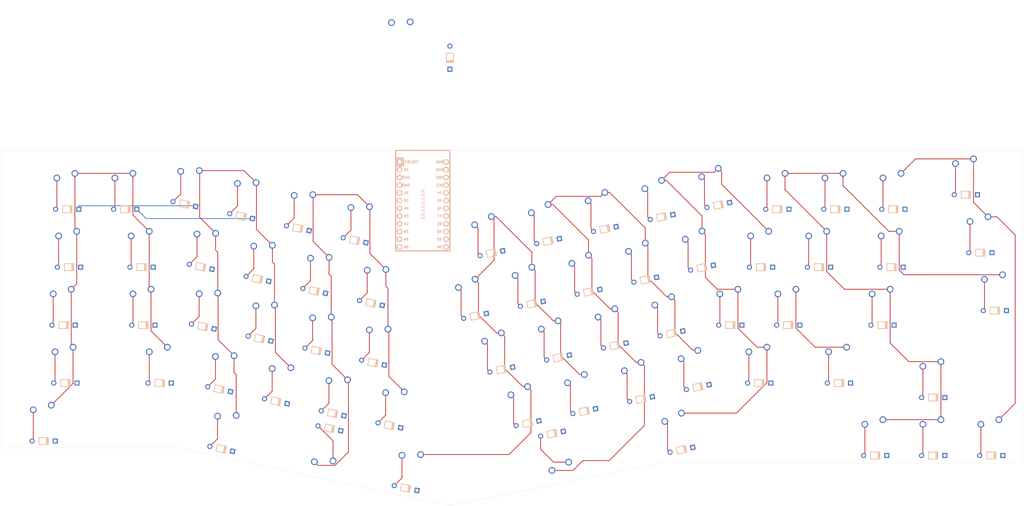
<source format=kicad_pcb>
(kicad_pcb (version 20171130) (host pcbnew 5.1.10)
  (layers (0 F.Cu signal) (31 B.Cu signal) (34 B.Paste user) (35 F.Paste user) (36 B.SilkS user) (37 F.SilkS user) (38 B.Mask user) (39 F.Mask user) (44 Edge.Cuts user))
  (net 0 "")
  (net 1 "Net-(diode1-Pad1)")
  (net 2 "Net-(diode1-Pad2)")
  (net 3 "Net-(diode11-Pad1)")
  (net 4 "Net-(diode2-Pad2)")
  (net 5 "Net-(diode12-Pad1)")
  (net 6 "Net-(diode3-Pad2)")
  (net 7 "Net-(diode13-Pad1)")
  (net 8 "Net-(diode4-Pad2)")
  (net 9 "Net-(diode14-Pad1)")
  (net 10 "Net-(diode5-Pad2)")
  (net 11 "Net-(diode15-Pad1)")
  (net 12 "Net-(diode6-Pad2)")
  (net 13 "Net-(diode16-Pad1)")
  (net 14 "Net-(diode7-Pad2)")
  (net 15 "Net-(diode17-Pad1)")
  (net 16 "Net-(diode8-Pad2)")
  (net 17 "Net-(diode18-Pad1)")
  (net 18 "Net-(diode9-Pad2)")
  (net 19 "Net-(diode10-Pad2)")
  (net 20 "Net-(diode11-Pad2)")
  (net 21 "Net-(diode12-Pad2)")
  (net 22 "Net-(diode13-Pad2)")
  (net 23 "Net-(diode14-Pad2)")
  (net 24 "Net-(diode15-Pad2)")
  (net 25 "Net-(diode16-Pad2)")
  (net 26 "Net-(diode17-Pad2)")
  (net 27 "Net-(diode18-Pad2)")
  (net 28 "Net-(diode19-Pad2)")
  (net 29 "Net-(diode20-Pad2)")
  (net 30 "Net-(diode21-Pad2)")
  (net 31 "Net-(diode22-Pad2)")
  (net 32 "Net-(diode23-Pad2)")
  (net 33 "Net-(diode24-Pad2)")
  (net 34 "Net-(diode25-Pad2)")
  (net 35 "Net-(diode26-Pad2)")
  (net 36 "Net-(diode27-Pad2)")
  (net 37 "Net-(diode28-Pad2)")
  (net 38 "Net-(diode29-Pad2)")
  (net 39 "Net-(diode30-Pad2)")
  (net 40 "Net-(diode31-Pad2)")
  (net 41 "Net-(diode32-Pad2)")
  (net 42 "Net-(diode33-Pad2)")
  (net 43 "Net-(diode34-Pad2)")
  (net 44 "Net-(diode35-Pad2)")
  (net 45 "Net-(diode36-Pad2)")
  (net 46 "Net-(diode37-Pad2)")
  (net 47 "Net-(diode38-Pad2)")
  (net 48 "Net-(diode39-Pad2)")
  (net 49 "Net-(diode40-Pad2)")
  (net 50 "Net-(diode41-Pad2)")
  (net 51 "Net-(diode42-Pad2)")
  (net 52 "Net-(diode43-Pad2)")
  (net 53 "Net-(diode44-Pad2)")
  (net 54 "Net-(diode45-Pad2)")
  (net 55 "Net-(diode46-Pad2)")
  (net 56 "Net-(diode47-Pad2)")
  (net 57 "Net-(diode48-Pad2)")
  (net 58 "Net-(diode49-Pad2)")
  (net 59 "Net-(diode50-Pad2)")
  (net 60 "Net-(diode51-Pad2)")
  (net 61 "Net-(diode52-Pad2)")
  (net 62 "Net-(diode53-Pad2)")
  (net 63 "Net-(diode54-Pad2)")
  (net 64 "Net-(diode55-Pad2)")
  (net 65 "Net-(diode56-Pad2)")
  (net 66 "Net-(diode57-Pad2)")
  (net 67 "Net-(diode58-Pad2)")
  (net 68 "Net-(diode59-Pad2)")
  (net 69 "Net-(diode60-Pad2)")
  (net 70 "Net-(diode61-Pad2)")
  (net 71 "Net-(diode62-Pad2)")
  (net 72 "Net-(diode63-Pad2)")
  (net 73 "Net-(diode64-Pad2)")
  (net 74 "Net-(diode65-Pad2)")
  (net 75 "Net-(diode66-Pad2)")
  (net 76 "Net-(diode67-Pad2)")
  (net 77 C1)
  (net 78 C2)
  (net 79 C3)
  (net 80 C4)
  (net 81 C5)
  (net 82 C6)
  (net 83 C7)
  (net 84 C8)
  (module footprints:225-minimal (layer F.Cu) (at 267.762122 38.1)
    (fp_text reference switch57 hide)
    (fp_text value switch hide)
    (pad 1 thru_hole circle (at -3.405 -3.27 29) (size 2.2 2.2) (drill 1.5) (layers *.Cu *.Mask) (net 66 "Net-(diode57-Pad2)"))
    (pad 2 thru_hole circle (at 2.52 -4.79) (size 2.2 2.2) (drill 1.5) (layers *.Cu *.Mask) (net 83 C7))
    (pad "" np_thru_hole circle (at 11.938 8.255) (size 3.9878 3.9878) (drill 3.9878) (layers *.Cu *.Mask))
    (pad "" np_thru_hole circle (at -11.938 8.255) (size 3.9878 3.9878) (drill 3.9878) (layers *.Cu *.Mask))
    (pad "" np_thru_hole circle (at 11.938 -6.985) (size 3.048 3.048) (drill 3.048) (layers *.Cu *.Mask))
    (pad "" np_thru_hole circle (at -11.938 -6.985) (size 3.048 3.048) (drill 3.048) (layers *.Cu *.Mask))
    (pad "" np_thru_hole circle (at 5.08 0) (size 1.8 1.8) (drill 1.8) (layers *.Cu *.Mask))
    (pad "" np_thru_hole circle (at -5.08 0) (size 1.8 1.8) (drill 1.8) (layers *.Cu *.Mask))
    (pad "" np_thru_hole circle (at 0 0) (size 3.9878 3.9878) (drill 3.9878) (layers *.Cu *.Mask))
  )
  (module footprints:275-minimal (layer F.Cu) (at 160.672807 87.658576 192)
    (fp_text reference switch41 hide)
    (fp_text value switch hide)
    (pad 1 thru_hole circle (at -3.405 -3.27 221) (size 2.2 2.2) (drill 1.5) (layers *.Cu *.Mask) (net 50 "Net-(diode41-Pad2)"))
    (pad 2 thru_hole circle (at 2.52 -4.79 192) (size 2.2 2.2) (drill 1.5) (layers *.Cu *.Mask) (net 81 C5))
    (pad "" np_thru_hole circle (at 11.938 8.255 192) (size 3.9878 3.9878) (drill 3.9878) (layers *.Cu *.Mask))
    (pad "" np_thru_hole circle (at -11.938 8.255 192) (size 3.9878 3.9878) (drill 3.9878) (layers *.Cu *.Mask))
    (pad "" np_thru_hole circle (at 11.938 -6.985 192) (size 3.048 3.048) (drill 3.048) (layers *.Cu *.Mask))
    (pad "" np_thru_hole circle (at -11.938 -6.985 192) (size 3.048 3.048) (drill 3.048) (layers *.Cu *.Mask))
    (pad "" np_thru_hole circle (at 5.08 0 192) (size 1.8 1.8) (drill 1.8) (layers *.Cu *.Mask))
    (pad "" np_thru_hole circle (at -5.08 0 192) (size 1.8 1.8) (drill 1.8) (layers *.Cu *.Mask))
    (pad "" np_thru_hole circle (at 0 0 192) (size 3.9878 3.9878) (drill 3.9878) (layers *.Cu *.Mask))
  )
  (module footprints:150-minimal (layer F.Cu) (at 200.269444 79.242051 12)
    (fp_text reference switch50 hide)
    (fp_text value switch hide)
    (pad 1 thru_hole circle (at -3.405 -3.27 41) (size 2.2 2.2) (drill 1.5) (layers *.Cu *.Mask) (net 59 "Net-(diode50-Pad2)"))
    (pad 2 thru_hole circle (at 2.52 -4.79 12) (size 2.2 2.2) (drill 1.5) (layers *.Cu *.Mask) (net 82 C6))
    (pad "" np_thru_hole circle (at 5.08 0 12) (size 1.8 1.8) (drill 1.8) (layers *.Cu *.Mask))
    (pad "" np_thru_hole circle (at -5.08 0 12) (size 1.8 1.8) (drill 1.8) (layers *.Cu *.Mask))
    (pad "" np_thru_hole circle (at 0 0 12) (size 3.9878 3.9878) (drill 3.9878) (layers *.Cu *.Mask))
  )
  (module footprints:175-minimal (layer F.Cu) (at 253.474622 57.15)
    (fp_text reference switch54 hide)
    (fp_text value switch hide)
    (pad 1 thru_hole circle (at -3.405 -3.27 29) (size 2.2 2.2) (drill 1.5) (layers *.Cu *.Mask) (net 63 "Net-(diode54-Pad2)"))
    (pad 2 thru_hole circle (at 2.52 -4.79) (size 2.2 2.2) (drill 1.5) (layers *.Cu *.Mask) (net 82 C6))
    (pad "" np_thru_hole circle (at 5.08 0) (size 1.8 1.8) (drill 1.8) (layers *.Cu *.Mask))
    (pad "" np_thru_hole circle (at -5.08 0) (size 1.8 1.8) (drill 1.8) (layers *.Cu *.Mask))
    (pad "" np_thru_hole circle (at 0 0) (size 3.9878 3.9878) (drill 3.9878) (layers *.Cu *.Mask))
  )
  (module footprints:150-minimal (layer F.Cu) (at 270.738687 19.05)
    (fp_text reference switch61 hide)
    (fp_text value switch hide)
    (pad "" np_thru_hole circle (at 0 0) (size 3.9878 3.9878) (drill 3.9878) (layers *.Cu *.Mask))
    (pad "" np_thru_hole circle (at -5.08 0) (size 1.8 1.8) (drill 1.8) (layers *.Cu *.Mask))
    (pad "" np_thru_hole circle (at 5.08 0) (size 1.8 1.8) (drill 1.8) (layers *.Cu *.Mask))
    (pad 2 thru_hole circle (at 2.52 -4.79) (size 2.2 2.2) (drill 1.5) (layers *.Cu *.Mask) (net 83 C7))
    (pad 1 thru_hole circle (at -3.405 -3.27 29) (size 2.2 2.2) (drill 1.5) (layers *.Cu *.Mask) (net 70 "Net-(diode61-Pad2)"))
  )
  (module footprints:100-minimal (layer F.Cu) (at 51.33975 59.309 348)
    (fp_text reference switch13 hide)
    (fp_text value switch hide)
    (pad HOLE np_thru_hole circle (at 0 0 348) (size 3.9878 3.9878) (drill 3.9878) (layers *.Cu *.Mask))
    (pad HOLE np_thru_hole circle (at -5.08 0 348) (size 1.8 1.8) (drill 1.8) (layers *.Cu *.Mask))
    (pad HOLE np_thru_hole circle (at 5.08 0 348) (size 1.8 1.8) (drill 1.8) (layers *.Cu *.Mask))
    (pad 1 thru_hole circle (at -3.405 -3.27 17) (size 2.2 2.2) (drill 1.5) (layers *.Cu *.Mask) (net 22 "Net-(diode13-Pad2)"))
    (pad 2 thru_hole circle (at 2.52 -4.79 348) (size 2.2 2.2) (drill 1.5) (layers *.Cu *.Mask) (net 78 C2))
  )
  (module footprints:100-minimal (layer F.Cu) (at 303.480872 80.9625)
    (fp_text reference switch67 hide)
    (fp_text value switch hide)
    (pad HOLE np_thru_hole circle (at 0 0) (size 3.9878 3.9878) (drill 3.9878) (layers *.Cu *.Mask))
    (pad HOLE np_thru_hole circle (at -5.08 0) (size 1.8 1.8) (drill 1.8) (layers *.Cu *.Mask))
    (pad HOLE np_thru_hole circle (at 5.08 0) (size 1.8 1.8) (drill 1.8) (layers *.Cu *.Mask))
    (pad 1 thru_hole circle (at -3.405 -3.27 29) (size 2.2 2.2) (drill 1.5) (layers *.Cu *.Mask) (net 76 "Net-(diode67-Pad2)"))
    (pad 2 thru_hole circle (at 2.52 -4.79) (size 2.2 2.2) (drill 1.5) (layers *.Cu *.Mask) (net 84 C8))
  )
  (module footprints:100-minimal (layer F.Cu) (at 299.909 14.2875)
    (fp_text reference switch66 hide)
    (fp_text value switch hide)
    (pad HOLE np_thru_hole circle (at 0 0) (size 3.9878 3.9878) (drill 3.9878) (layers *.Cu *.Mask))
    (pad HOLE np_thru_hole circle (at -5.08 0) (size 1.8 1.8) (drill 1.8) (layers *.Cu *.Mask))
    (pad HOLE np_thru_hole circle (at 5.08 0) (size 1.8 1.8) (drill 1.8) (layers *.Cu *.Mask))
    (pad 1 thru_hole circle (at -3.405 -3.27 29) (size 2.2 2.2) (drill 1.5) (layers *.Cu *.Mask) (net 75 "Net-(diode66-Pad2)"))
    (pad 2 thru_hole circle (at 2.52 -4.79) (size 2.2 2.2) (drill 1.5) (layers *.Cu *.Mask) (net 84 C8))
  )
  (module footprints:100-minimal (layer F.Cu) (at 295.1465 -4.7625)
    (fp_text reference switch65 hide)
    (fp_text value switch hide)
    (pad HOLE np_thru_hole circle (at 0 0) (size 3.9878 3.9878) (drill 3.9878) (layers *.Cu *.Mask))
    (pad HOLE np_thru_hole circle (at -5.08 0) (size 1.8 1.8) (drill 1.8) (layers *.Cu *.Mask))
    (pad HOLE np_thru_hole circle (at 5.08 0) (size 1.8 1.8) (drill 1.8) (layers *.Cu *.Mask))
    (pad 1 thru_hole circle (at -3.405 -3.27 29) (size 2.2 2.2) (drill 1.5) (layers *.Cu *.Mask) (net 74 "Net-(diode65-Pad2)"))
    (pad 2 thru_hole circle (at 2.52 -4.79) (size 2.2 2.2) (drill 1.5) (layers *.Cu *.Mask) (net 84 C8))
  )
  (module footprints:100-minimal (layer F.Cu) (at 271.334 0)
    (fp_text reference switch64 hide)
    (fp_text value switch hide)
    (pad HOLE np_thru_hole circle (at 0 0) (size 3.9878 3.9878) (drill 3.9878) (layers *.Cu *.Mask))
    (pad HOLE np_thru_hole circle (at -5.08 0) (size 1.8 1.8) (drill 1.8) (layers *.Cu *.Mask))
    (pad HOLE np_thru_hole circle (at 5.08 0) (size 1.8 1.8) (drill 1.8) (layers *.Cu *.Mask))
    (pad 1 thru_hole circle (at -3.405 -3.27 29) (size 2.2 2.2) (drill 1.5) (layers *.Cu *.Mask) (net 73 "Net-(diode64-Pad2)"))
    (pad 2 thru_hole circle (at 2.52 -4.79) (size 2.2 2.2) (drill 1.5) (layers *.Cu *.Mask) (net 84 C8))
  )
  (module footprints:100-minimal (layer F.Cu) (at 284.430872 80.9625)
    (fp_text reference switch63 hide)
    (fp_text value switch hide)
    (pad HOLE np_thru_hole circle (at 0 0) (size 3.9878 3.9878) (drill 3.9878) (layers *.Cu *.Mask))
    (pad HOLE np_thru_hole circle (at -5.08 0) (size 1.8 1.8) (drill 1.8) (layers *.Cu *.Mask))
    (pad HOLE np_thru_hole circle (at 5.08 0) (size 1.8 1.8) (drill 1.8) (layers *.Cu *.Mask))
    (pad 1 thru_hole circle (at -3.405 -3.27 29) (size 2.2 2.2) (drill 1.5) (layers *.Cu *.Mask) (net 72 "Net-(diode63-Pad2)"))
    (pad 2 thru_hole circle (at 2.52 -4.79) (size 2.2 2.2) (drill 1.5) (layers *.Cu *.Mask) (net 83 C7))
  )
  (module footprints:100-minimal (layer F.Cu) (at 304.6715 33.3375)
    (fp_text reference switch62 hide)
    (fp_text value switch hide)
    (pad HOLE np_thru_hole circle (at 0 0) (size 3.9878 3.9878) (drill 3.9878) (layers *.Cu *.Mask))
    (pad HOLE np_thru_hole circle (at -5.08 0) (size 1.8 1.8) (drill 1.8) (layers *.Cu *.Mask))
    (pad HOLE np_thru_hole circle (at 5.08 0) (size 1.8 1.8) (drill 1.8) (layers *.Cu *.Mask))
    (pad 1 thru_hole circle (at -3.405 -3.27 29) (size 2.2 2.2) (drill 1.5) (layers *.Cu *.Mask) (net 71 "Net-(diode62-Pad2)"))
    (pad 2 thru_hole circle (at 2.52 -4.79) (size 2.2 2.2) (drill 1.5) (layers *.Cu *.Mask) (net 83 C7))
  )
  (module footprints:100-minimal (layer F.Cu) (at 252.284 0)
    (fp_text reference switch60 hide)
    (fp_text value switch hide)
    (pad HOLE np_thru_hole circle (at 0 0) (size 3.9878 3.9878) (drill 3.9878) (layers *.Cu *.Mask))
    (pad HOLE np_thru_hole circle (at -5.08 0) (size 1.8 1.8) (drill 1.8) (layers *.Cu *.Mask))
    (pad HOLE np_thru_hole circle (at 5.08 0) (size 1.8 1.8) (drill 1.8) (layers *.Cu *.Mask))
    (pad 1 thru_hole circle (at -3.405 -3.27 29) (size 2.2 2.2) (drill 1.5) (layers *.Cu *.Mask) (net 69 "Net-(diode60-Pad2)"))
    (pad 2 thru_hole circle (at 2.52 -4.79) (size 2.2 2.2) (drill 1.5) (layers *.Cu *.Mask) (net 83 C7))
  )
  (module footprints:100-minimal (layer F.Cu) (at 265.380872 80.9625)
    (fp_text reference switch59 hide)
    (fp_text value switch hide)
    (pad HOLE np_thru_hole circle (at 0 0) (size 3.9878 3.9878) (drill 3.9878) (layers *.Cu *.Mask))
    (pad HOLE np_thru_hole circle (at -5.08 0) (size 1.8 1.8) (drill 1.8) (layers *.Cu *.Mask))
    (pad HOLE np_thru_hole circle (at 5.08 0) (size 1.8 1.8) (drill 1.8) (layers *.Cu *.Mask))
    (pad 1 thru_hole circle (at -3.405 -3.27 29) (size 2.2 2.2) (drill 1.5) (layers *.Cu *.Mask) (net 68 "Net-(diode59-Pad2)"))
    (pad 2 thru_hole circle (at 2.52 -4.79) (size 2.2 2.2) (drill 1.5) (layers *.Cu *.Mask) (net 83 C7))
  )
  (module footprints:100-minimal (layer F.Cu) (at 284.430872 61.9125)
    (fp_text reference switch58 hide)
    (fp_text value switch hide)
    (pad HOLE np_thru_hole circle (at 0 0) (size 3.9878 3.9878) (drill 3.9878) (layers *.Cu *.Mask))
    (pad HOLE np_thru_hole circle (at -5.08 0) (size 1.8 1.8) (drill 1.8) (layers *.Cu *.Mask))
    (pad HOLE np_thru_hole circle (at 5.08 0) (size 1.8 1.8) (drill 1.8) (layers *.Cu *.Mask))
    (pad 1 thru_hole circle (at -3.405 -3.27 29) (size 2.2 2.2) (drill 1.5) (layers *.Cu *.Mask) (net 67 "Net-(diode58-Pad2)"))
    (pad 2 thru_hole circle (at 2.52 -4.79) (size 2.2 2.2) (drill 1.5) (layers *.Cu *.Mask) (net 83 C7))
  )
  (module footprints:100-minimal (layer F.Cu) (at 246.926187 19.05)
    (fp_text reference switch56 hide)
    (fp_text value switch hide)
    (pad HOLE np_thru_hole circle (at 0 0) (size 3.9878 3.9878) (drill 3.9878) (layers *.Cu *.Mask))
    (pad HOLE np_thru_hole circle (at -5.08 0) (size 1.8 1.8) (drill 1.8) (layers *.Cu *.Mask))
    (pad HOLE np_thru_hole circle (at 5.08 0) (size 1.8 1.8) (drill 1.8) (layers *.Cu *.Mask))
    (pad 1 thru_hole circle (at -3.405 -3.27 29) (size 2.2 2.2) (drill 1.5) (layers *.Cu *.Mask) (net 65 "Net-(diode56-Pad2)"))
    (pad 2 thru_hole circle (at 2.52 -4.79) (size 2.2 2.2) (drill 1.5) (layers *.Cu *.Mask) (net 83 C7))
  )
  (module footprints:100-minimal (layer F.Cu) (at 233.234 0)
    (fp_text reference switch55 hide)
    (fp_text value switch hide)
    (pad HOLE np_thru_hole circle (at 0 0) (size 3.9878 3.9878) (drill 3.9878) (layers *.Cu *.Mask))
    (pad HOLE np_thru_hole circle (at -5.08 0) (size 1.8 1.8) (drill 1.8) (layers *.Cu *.Mask))
    (pad HOLE np_thru_hole circle (at 5.08 0) (size 1.8 1.8) (drill 1.8) (layers *.Cu *.Mask))
    (pad 1 thru_hole circle (at -3.405 -3.27 29) (size 2.2 2.2) (drill 1.5) (layers *.Cu *.Mask) (net 64 "Net-(diode55-Pad2)"))
    (pad 2 thru_hole circle (at 2.52 -4.79) (size 2.2 2.2) (drill 1.5) (layers *.Cu *.Mask) (net 83 C7))
  )
  (module footprints:100-minimal (layer F.Cu) (at 236.805872 38.1)
    (fp_text reference switch53 hide)
    (fp_text value switch hide)
    (pad HOLE np_thru_hole circle (at 0 0) (size 3.9878 3.9878) (drill 3.9878) (layers *.Cu *.Mask))
    (pad HOLE np_thru_hole circle (at -5.08 0) (size 1.8 1.8) (drill 1.8) (layers *.Cu *.Mask))
    (pad HOLE np_thru_hole circle (at 5.08 0) (size 1.8 1.8) (drill 1.8) (layers *.Cu *.Mask))
    (pad 1 thru_hole circle (at -3.405 -3.27 29) (size 2.2 2.2) (drill 1.5) (layers *.Cu *.Mask) (net 62 "Net-(diode53-Pad2)"))
    (pad 2 thru_hole circle (at 2.52 -4.79) (size 2.2 2.2) (drill 1.5) (layers *.Cu *.Mask) (net 82 C6))
  )
  (module footprints:100-minimal (layer F.Cu) (at 227.876187 19.05)
    (fp_text reference switch52 hide)
    (fp_text value switch hide)
    (pad HOLE np_thru_hole circle (at 0 0) (size 3.9878 3.9878) (drill 3.9878) (layers *.Cu *.Mask))
    (pad HOLE np_thru_hole circle (at -5.08 0) (size 1.8 1.8) (drill 1.8) (layers *.Cu *.Mask))
    (pad HOLE np_thru_hole circle (at 5.08 0) (size 1.8 1.8) (drill 1.8) (layers *.Cu *.Mask))
    (pad 1 thru_hole circle (at -3.405 -3.27 29) (size 2.2 2.2) (drill 1.5) (layers *.Cu *.Mask) (net 61 "Net-(diode52-Pad2)"))
    (pad 2 thru_hole circle (at 2.52 -4.79) (size 2.2 2.2) (drill 1.5) (layers *.Cu *.Mask) (net 82 C6))
  )
  (module footprints:100-minimal (layer F.Cu) (at 212.377138 -1.233871 12)
    (fp_text reference switch51 hide)
    (fp_text value switch hide)
    (pad HOLE np_thru_hole circle (at 0 0 12) (size 3.9878 3.9878) (drill 3.9878) (layers *.Cu *.Mask))
    (pad HOLE np_thru_hole circle (at -5.08 0 12) (size 1.8 1.8) (drill 1.8) (layers *.Cu *.Mask))
    (pad HOLE np_thru_hole circle (at 5.08 0 12) (size 1.8 1.8) (drill 1.8) (layers *.Cu *.Mask))
    (pad 1 thru_hole circle (at -3.405 -3.27 41) (size 2.2 2.2) (drill 1.5) (layers *.Cu *.Mask) (net 60 "Net-(diode51-Pad2)"))
    (pad 2 thru_hole circle (at 2.52 -4.79 12) (size 2.2 2.2) (drill 1.5) (layers *.Cu *.Mask) (net 82 C6))
  )
  (module footprints:100-minimal (layer F.Cu) (at 227.280872 57.15)
    (fp_text reference switch49 hide)
    (fp_text value switch hide)
    (pad HOLE np_thru_hole circle (at 0 0) (size 3.9878 3.9878) (drill 3.9878) (layers *.Cu *.Mask))
    (pad HOLE np_thru_hole circle (at -5.08 0) (size 1.8 1.8) (drill 1.8) (layers *.Cu *.Mask))
    (pad HOLE np_thru_hole circle (at 5.08 0) (size 1.8 1.8) (drill 1.8) (layers *.Cu *.Mask))
    (pad 1 thru_hole circle (at -3.405 -3.27 29) (size 2.2 2.2) (drill 1.5) (layers *.Cu *.Mask) (net 58 "Net-(diode49-Pad2)"))
    (pad 2 thru_hole circle (at 2.52 -4.79) (size 2.2 2.2) (drill 1.5) (layers *.Cu *.Mask) (net 82 C6))
  )
  (module footprints:100-minimal (layer F.Cu) (at 217.755872 38.1)
    (fp_text reference switch48 hide)
    (fp_text value switch hide)
    (pad HOLE np_thru_hole circle (at 0 0) (size 3.9878 3.9878) (drill 3.9878) (layers *.Cu *.Mask))
    (pad HOLE np_thru_hole circle (at -5.08 0) (size 1.8 1.8) (drill 1.8) (layers *.Cu *.Mask))
    (pad HOLE np_thru_hole circle (at 5.08 0) (size 1.8 1.8) (drill 1.8) (layers *.Cu *.Mask))
    (pad 1 thru_hole circle (at -3.405 -3.27 29) (size 2.2 2.2) (drill 1.5) (layers *.Cu *.Mask) (net 57 "Net-(diode48-Pad2)"))
    (pad 2 thru_hole circle (at 2.52 -4.79) (size 2.2 2.2) (drill 1.5) (layers *.Cu *.Mask) (net 82 C6))
  )
  (module footprints:100-minimal (layer F.Cu) (at 207.021 19.3802 12)
    (fp_text reference switch47 hide)
    (fp_text value switch hide)
    (pad HOLE np_thru_hole circle (at 0 0 12) (size 3.9878 3.9878) (drill 3.9878) (layers *.Cu *.Mask))
    (pad HOLE np_thru_hole circle (at -5.08 0 12) (size 1.8 1.8) (drill 1.8) (layers *.Cu *.Mask))
    (pad HOLE np_thru_hole circle (at 5.08 0 12) (size 1.8 1.8) (drill 1.8) (layers *.Cu *.Mask))
    (pad 1 thru_hole circle (at -3.405 -3.27 41) (size 2.2 2.2) (drill 1.5) (layers *.Cu *.Mask) (net 56 "Net-(diode47-Pad2)"))
    (pad 2 thru_hole circle (at 2.52 -4.79 12) (size 2.2 2.2) (drill 1.5) (layers *.Cu *.Mask) (net 82 C6))
  )
  (module footprints:100-minimal (layer F.Cu) (at 193.743427 2.726846 12)
    (fp_text reference switch46 hide)
    (fp_text value switch hide)
    (pad HOLE np_thru_hole circle (at 0 0 12) (size 3.9878 3.9878) (drill 3.9878) (layers *.Cu *.Mask))
    (pad HOLE np_thru_hole circle (at -5.08 0 12) (size 1.8 1.8) (drill 1.8) (layers *.Cu *.Mask))
    (pad HOLE np_thru_hole circle (at 5.08 0 12) (size 1.8 1.8) (drill 1.8) (layers *.Cu *.Mask))
    (pad 1 thru_hole circle (at -3.405 -3.27 41) (size 2.2 2.2) (drill 1.5) (layers *.Cu *.Mask) (net 55 "Net-(diode46-Pad2)"))
    (pad 2 thru_hole circle (at 2.52 -4.79 12) (size 2.2 2.2) (drill 1.5) (layers *.Cu *.Mask) (net 82 C6))
  )
  (module footprints:100-minimal (layer F.Cu) (at 205.62558 58.627982 12)
    (fp_text reference switch45 hide)
    (fp_text value switch hide)
    (pad HOLE np_thru_hole circle (at 0 0 12) (size 3.9878 3.9878) (drill 3.9878) (layers *.Cu *.Mask))
    (pad HOLE np_thru_hole circle (at -5.08 0 12) (size 1.8 1.8) (drill 1.8) (layers *.Cu *.Mask))
    (pad HOLE np_thru_hole circle (at 5.08 0 12) (size 1.8 1.8) (drill 1.8) (layers *.Cu *.Mask))
    (pad 1 thru_hole circle (at -3.405 -3.27 41) (size 2.2 2.2) (drill 1.5) (layers *.Cu *.Mask) (net 54 "Net-(diode45-Pad2)"))
    (pad 2 thru_hole circle (at 2.52 -4.79 12) (size 2.2 2.2) (drill 1.5) (layers *.Cu *.Mask) (net 81 C5))
  )
  (module footprints:100-minimal (layer F.Cu) (at 197.006434 40.98445 12)
    (fp_text reference switch44 hide)
    (fp_text value switch hide)
    (pad HOLE np_thru_hole circle (at 0 0 12) (size 3.9878 3.9878) (drill 3.9878) (layers *.Cu *.Mask))
    (pad HOLE np_thru_hole circle (at -5.08 0 12) (size 1.8 1.8) (drill 1.8) (layers *.Cu *.Mask))
    (pad HOLE np_thru_hole circle (at 5.08 0 12) (size 1.8 1.8) (drill 1.8) (layers *.Cu *.Mask))
    (pad 1 thru_hole circle (at -3.405 -3.27 41) (size 2.2 2.2) (drill 1.5) (layers *.Cu *.Mask) (net 53 "Net-(diode44-Pad2)"))
    (pad 2 thru_hole circle (at 2.52 -4.79 12) (size 2.2 2.2) (drill 1.5) (layers *.Cu *.Mask) (net 81 C5))
  )
  (module footprints:100-minimal (layer F.Cu) (at 188.387289 23.340917 12)
    (fp_text reference switch43 hide)
    (fp_text value switch hide)
    (pad HOLE np_thru_hole circle (at 0 0 12) (size 3.9878 3.9878) (drill 3.9878) (layers *.Cu *.Mask))
    (pad HOLE np_thru_hole circle (at -5.08 0 12) (size 1.8 1.8) (drill 1.8) (layers *.Cu *.Mask))
    (pad HOLE np_thru_hole circle (at 5.08 0 12) (size 1.8 1.8) (drill 1.8) (layers *.Cu *.Mask))
    (pad 1 thru_hole circle (at -3.405 -3.27 41) (size 2.2 2.2) (drill 1.5) (layers *.Cu *.Mask) (net 52 "Net-(diode43-Pad2)"))
    (pad 2 thru_hole circle (at 2.52 -4.79 12) (size 2.2 2.2) (drill 1.5) (layers *.Cu *.Mask) (net 81 C5))
  )
  (module footprints:100-minimal (layer F.Cu) (at 175.109716 6.687563 12)
    (fp_text reference switch42 hide)
    (fp_text value switch hide)
    (pad HOLE np_thru_hole circle (at 0 0 12) (size 3.9878 3.9878) (drill 3.9878) (layers *.Cu *.Mask))
    (pad HOLE np_thru_hole circle (at -5.08 0 12) (size 1.8 1.8) (drill 1.8) (layers *.Cu *.Mask))
    (pad HOLE np_thru_hole circle (at 5.08 0 12) (size 1.8 1.8) (drill 1.8) (layers *.Cu *.Mask))
    (pad 1 thru_hole circle (at -3.405 -3.27 41) (size 2.2 2.2) (drill 1.5) (layers *.Cu *.Mask) (net 51 "Net-(diode42-Pad2)"))
    (pad 2 thru_hole circle (at 2.52 -4.79 12) (size 2.2 2.2) (drill 1.5) (layers *.Cu *.Mask) (net 81 C5))
  )
  (module footprints:100-minimal (layer F.Cu) (at 186.991869 62.588699 12)
    (fp_text reference switch40 hide)
    (fp_text value switch hide)
    (pad HOLE np_thru_hole circle (at 0 0 12) (size 3.9878 3.9878) (drill 3.9878) (layers *.Cu *.Mask))
    (pad HOLE np_thru_hole circle (at -5.08 0 12) (size 1.8 1.8) (drill 1.8) (layers *.Cu *.Mask))
    (pad HOLE np_thru_hole circle (at 5.08 0 12) (size 1.8 1.8) (drill 1.8) (layers *.Cu *.Mask))
    (pad 1 thru_hole circle (at -3.405 -3.27 41) (size 2.2 2.2) (drill 1.5) (layers *.Cu *.Mask) (net 49 "Net-(diode40-Pad2)"))
    (pad 2 thru_hole circle (at 2.52 -4.79 12) (size 2.2 2.2) (drill 1.5) (layers *.Cu *.Mask) (net 81 C5))
  )
  (module footprints:100-minimal (layer F.Cu) (at 178.372723 44.945167 12)
    (fp_text reference switch39 hide)
    (fp_text value switch hide)
    (pad HOLE np_thru_hole circle (at 0 0 12) (size 3.9878 3.9878) (drill 3.9878) (layers *.Cu *.Mask))
    (pad HOLE np_thru_hole circle (at -5.08 0 12) (size 1.8 1.8) (drill 1.8) (layers *.Cu *.Mask))
    (pad HOLE np_thru_hole circle (at 5.08 0 12) (size 1.8 1.8) (drill 1.8) (layers *.Cu *.Mask))
    (pad 1 thru_hole circle (at -3.405 -3.27 41) (size 2.2 2.2) (drill 1.5) (layers *.Cu *.Mask) (net 48 "Net-(diode39-Pad2)"))
    (pad 2 thru_hole circle (at 2.52 -4.79 12) (size 2.2 2.2) (drill 1.5) (layers *.Cu *.Mask) (net 81 C5))
  )
  (module footprints:100-minimal (layer F.Cu) (at 169.753578 27.301634 12)
    (fp_text reference switch38 hide)
    (fp_text value switch hide)
    (pad HOLE np_thru_hole circle (at 0 0 12) (size 3.9878 3.9878) (drill 3.9878) (layers *.Cu *.Mask))
    (pad HOLE np_thru_hole circle (at -5.08 0 12) (size 1.8 1.8) (drill 1.8) (layers *.Cu *.Mask))
    (pad HOLE np_thru_hole circle (at 5.08 0 12) (size 1.8 1.8) (drill 1.8) (layers *.Cu *.Mask))
    (pad 1 thru_hole circle (at -3.405 -3.27 41) (size 2.2 2.2) (drill 1.5) (layers *.Cu *.Mask) (net 47 "Net-(diode38-Pad2)"))
    (pad 2 thru_hole circle (at 2.52 -4.79 12) (size 2.2 2.2) (drill 1.5) (layers *.Cu *.Mask) (net 81 C5))
  )
  (module footprints:100-minimal (layer F.Cu) (at 156.476005 10.64828 12)
    (fp_text reference switch37 hide)
    (fp_text value switch hide)
    (pad HOLE np_thru_hole circle (at 0 0 12) (size 3.9878 3.9878) (drill 3.9878) (layers *.Cu *.Mask))
    (pad HOLE np_thru_hole circle (at -5.08 0 12) (size 1.8 1.8) (drill 1.8) (layers *.Cu *.Mask))
    (pad HOLE np_thru_hole circle (at 5.08 0 12) (size 1.8 1.8) (drill 1.8) (layers *.Cu *.Mask))
    (pad 1 thru_hole circle (at -3.405 -3.27 41) (size 2.2 2.2) (drill 1.5) (layers *.Cu *.Mask) (net 46 "Net-(diode37-Pad2)"))
    (pad 2 thru_hole circle (at 2.52 -4.79 12) (size 2.2 2.2) (drill 1.5) (layers *.Cu *.Mask) (net 81 C5))
  )
  (module footprints:100-minimal (layer F.Cu) (at 168.358158 66.549416 12)
    (fp_text reference switch36 hide)
    (fp_text value switch hide)
    (pad HOLE np_thru_hole circle (at 0 0 12) (size 3.9878 3.9878) (drill 3.9878) (layers *.Cu *.Mask))
    (pad HOLE np_thru_hole circle (at -5.08 0 12) (size 1.8 1.8) (drill 1.8) (layers *.Cu *.Mask))
    (pad HOLE np_thru_hole circle (at 5.08 0 12) (size 1.8 1.8) (drill 1.8) (layers *.Cu *.Mask))
    (pad 1 thru_hole circle (at -3.405 -3.27 41) (size 2.2 2.2) (drill 1.5) (layers *.Cu *.Mask) (net 45 "Net-(diode36-Pad2)"))
    (pad 2 thru_hole circle (at 2.52 -4.79 12) (size 2.2 2.2) (drill 1.5) (layers *.Cu *.Mask) (net 80 C4))
  )
  (module footprints:100-minimal (layer F.Cu) (at 159.739012 48.905884 12)
    (fp_text reference switch35 hide)
    (fp_text value switch hide)
    (pad HOLE np_thru_hole circle (at 0 0 12) (size 3.9878 3.9878) (drill 3.9878) (layers *.Cu *.Mask))
    (pad HOLE np_thru_hole circle (at -5.08 0 12) (size 1.8 1.8) (drill 1.8) (layers *.Cu *.Mask))
    (pad HOLE np_thru_hole circle (at 5.08 0 12) (size 1.8 1.8) (drill 1.8) (layers *.Cu *.Mask))
    (pad 1 thru_hole circle (at -3.405 -3.27 41) (size 2.2 2.2) (drill 1.5) (layers *.Cu *.Mask) (net 44 "Net-(diode35-Pad2)"))
    (pad 2 thru_hole circle (at 2.52 -4.79 12) (size 2.2 2.2) (drill 1.5) (layers *.Cu *.Mask) (net 80 C4))
  )
  (module footprints:100-minimal (layer F.Cu) (at 151.119867 31.262351 12)
    (fp_text reference switch34 hide)
    (fp_text value switch hide)
    (pad HOLE np_thru_hole circle (at 0 0 12) (size 3.9878 3.9878) (drill 3.9878) (layers *.Cu *.Mask))
    (pad HOLE np_thru_hole circle (at -5.08 0 12) (size 1.8 1.8) (drill 1.8) (layers *.Cu *.Mask))
    (pad HOLE np_thru_hole circle (at 5.08 0 12) (size 1.8 1.8) (drill 1.8) (layers *.Cu *.Mask))
    (pad 1 thru_hole circle (at -3.405 -3.27 41) (size 2.2 2.2) (drill 1.5) (layers *.Cu *.Mask) (net 43 "Net-(diode34-Pad2)"))
    (pad 2 thru_hole circle (at 2.52 -4.79 12) (size 2.2 2.2) (drill 1.5) (layers *.Cu *.Mask) (net 80 C4))
  )
  (module footprints:100-minimal (layer F.Cu) (at 137.842294 14.608997 12)
    (fp_text reference switch33 hide)
    (fp_text value switch hide)
    (pad HOLE np_thru_hole circle (at 0 0 12) (size 3.9878 3.9878) (drill 3.9878) (layers *.Cu *.Mask))
    (pad HOLE np_thru_hole circle (at -5.08 0 12) (size 1.8 1.8) (drill 1.8) (layers *.Cu *.Mask))
    (pad HOLE np_thru_hole circle (at 5.08 0 12) (size 1.8 1.8) (drill 1.8) (layers *.Cu *.Mask))
    (pad 1 thru_hole circle (at -3.405 -3.27 41) (size 2.2 2.2) (drill 1.5) (layers *.Cu *.Mask) (net 42 "Net-(diode33-Pad2)"))
    (pad 2 thru_hole circle (at 2.52 -4.79 12) (size 2.2 2.2) (drill 1.5) (layers *.Cu *.Mask) (net 80 C4))
  )
  (module footprints:100-minimal (layer F.Cu) (at 112.597022 91.805222 348)
    (fp_text reference switch32 hide)
    (fp_text value switch hide)
    (pad HOLE np_thru_hole circle (at 0 0 348) (size 3.9878 3.9878) (drill 3.9878) (layers *.Cu *.Mask))
    (pad HOLE np_thru_hole circle (at -5.08 0 348) (size 1.8 1.8) (drill 1.8) (layers *.Cu *.Mask))
    (pad HOLE np_thru_hole circle (at 5.08 0 348) (size 1.8 1.8) (drill 1.8) (layers *.Cu *.Mask))
    (pad 1 thru_hole circle (at -3.405 -3.27 17) (size 2.2 2.2) (drill 1.5) (layers *.Cu *.Mask) (net 41 "Net-(diode32-Pad2)"))
    (pad 2 thru_hole circle (at 2.52 -4.79 348) (size 2.2 2.2) (drill 1.5) (layers *.Cu *.Mask) (net 80 C4))
  )
  (module footprints:100-minimal (layer F.Cu) (at 149.724447 70.510133 12)
    (fp_text reference switch31 hide)
    (fp_text value switch hide)
    (pad HOLE np_thru_hole circle (at 0 0 12) (size 3.9878 3.9878) (drill 3.9878) (layers *.Cu *.Mask))
    (pad HOLE np_thru_hole circle (at -5.08 0 12) (size 1.8 1.8) (drill 1.8) (layers *.Cu *.Mask))
    (pad HOLE np_thru_hole circle (at 5.08 0 12) (size 1.8 1.8) (drill 1.8) (layers *.Cu *.Mask))
    (pad 1 thru_hole circle (at -3.405 -3.27 41) (size 2.2 2.2) (drill 1.5) (layers *.Cu *.Mask) (net 40 "Net-(diode31-Pad2)"))
    (pad 2 thru_hole circle (at 2.52 -4.79 12) (size 2.2 2.2) (drill 1.5) (layers *.Cu *.Mask) (net 80 C4))
  )
  (module footprints:100-minimal (layer F.Cu) (at 141.105301 52.866601 12)
    (fp_text reference switch30 hide)
    (fp_text value switch hide)
    (pad HOLE np_thru_hole circle (at 0 0 12) (size 3.9878 3.9878) (drill 3.9878) (layers *.Cu *.Mask))
    (pad HOLE np_thru_hole circle (at -5.08 0 12) (size 1.8 1.8) (drill 1.8) (layers *.Cu *.Mask))
    (pad HOLE np_thru_hole circle (at 5.08 0 12) (size 1.8 1.8) (drill 1.8) (layers *.Cu *.Mask))
    (pad 1 thru_hole circle (at -3.405 -3.27 41) (size 2.2 2.2) (drill 1.5) (layers *.Cu *.Mask) (net 39 "Net-(diode30-Pad2)"))
    (pad 2 thru_hole circle (at 2.52 -4.79 12) (size 2.2 2.2) (drill 1.5) (layers *.Cu *.Mask) (net 80 C4))
  )
  (module footprints:100-minimal (layer F.Cu) (at 132.486156 35.223068 12)
    (fp_text reference switch29 hide)
    (fp_text value switch hide)
    (pad HOLE np_thru_hole circle (at 0 0 12) (size 3.9878 3.9878) (drill 3.9878) (layers *.Cu *.Mask))
    (pad HOLE np_thru_hole circle (at -5.08 0 12) (size 1.8 1.8) (drill 1.8) (layers *.Cu *.Mask))
    (pad HOLE np_thru_hole circle (at 5.08 0 12) (size 1.8 1.8) (drill 1.8) (layers *.Cu *.Mask))
    (pad 1 thru_hole circle (at -3.405 -3.27 41) (size 2.2 2.2) (drill 1.5) (layers *.Cu *.Mask) (net 38 "Net-(diode29-Pad2)"))
    (pad 2 thru_hole circle (at 2.52 -4.79 12) (size 2.2 2.2) (drill 1.5) (layers *.Cu *.Mask) (net 80 C4))
  )
  (module footprints:100-minimal (layer F.Cu) (at 109.1692 -50.4444 348)
    (fp_text reference switch28 hide)
    (fp_text value switch hide)
    (pad 2 thru_hole circle (at 2.52 -4.79 348) (size 2.2 2.2) (drill 1.5) (layers *.Cu *.Mask) (net 80 C4))
    (pad 1 thru_hole circle (at -3.405 -3.27 17) (size 2.2 2.2) (drill 1.5) (layers *.Cu *.Mask) (net 37 "Net-(diode28-Pad2)"))
    (pad HOLE np_thru_hole circle (at 5.08 0 348) (size 1.8 1.8) (drill 1.8) (layers *.Cu *.Mask))
    (pad HOLE np_thru_hole circle (at -5.08 0 348) (size 1.8 1.8) (drill 1.8) (layers *.Cu *.Mask))
    (pad HOLE np_thru_hole circle (at 0 0 348) (size 3.9878 3.9878) (drill 3.9878) (layers *.Cu *.Mask))
  )
  (module footprints:100-minimal (layer F.Cu) (at 107.240883 71.191151 348)
    (fp_text reference switch27 hide)
    (fp_text value switch hide)
    (pad HOLE np_thru_hole circle (at 0 0 348) (size 3.9878 3.9878) (drill 3.9878) (layers *.Cu *.Mask))
    (pad HOLE np_thru_hole circle (at -5.08 0 348) (size 1.8 1.8) (drill 1.8) (layers *.Cu *.Mask))
    (pad HOLE np_thru_hole circle (at 5.08 0 348) (size 1.8 1.8) (drill 1.8) (layers *.Cu *.Mask))
    (pad 1 thru_hole circle (at -3.405 -3.27 17) (size 2.2 2.2) (drill 1.5) (layers *.Cu *.Mask) (net 36 "Net-(diode27-Pad2)"))
    (pad 2 thru_hole circle (at 2.52 -4.79 348) (size 2.2 2.2) (drill 1.5) (layers *.Cu *.Mask) (net 79 C3))
  )
  (module footprints:100-minimal (layer F.Cu) (at 101.884745 50.57708 348)
    (fp_text reference switch26 hide)
    (fp_text value switch hide)
    (pad HOLE np_thru_hole circle (at 0 0 348) (size 3.9878 3.9878) (drill 3.9878) (layers *.Cu *.Mask))
    (pad HOLE np_thru_hole circle (at -5.08 0 348) (size 1.8 1.8) (drill 1.8) (layers *.Cu *.Mask))
    (pad HOLE np_thru_hole circle (at 5.08 0 348) (size 1.8 1.8) (drill 1.8) (layers *.Cu *.Mask))
    (pad 1 thru_hole circle (at -3.405 -3.27 17) (size 2.2 2.2) (drill 1.5) (layers *.Cu *.Mask) (net 35 "Net-(diode26-Pad2)"))
    (pad 2 thru_hole circle (at 2.52 -4.79 348) (size 2.2 2.2) (drill 1.5) (layers *.Cu *.Mask) (net 79 C3))
  )
  (module footprints:100-minimal (layer F.Cu) (at 101.187035 30.953189 348)
    (fp_text reference switch25 hide)
    (fp_text value switch hide)
    (pad HOLE np_thru_hole circle (at 0 0 348) (size 3.9878 3.9878) (drill 3.9878) (layers *.Cu *.Mask))
    (pad HOLE np_thru_hole circle (at -5.08 0 348) (size 1.8 1.8) (drill 1.8) (layers *.Cu *.Mask))
    (pad HOLE np_thru_hole circle (at 5.08 0 348) (size 1.8 1.8) (drill 1.8) (layers *.Cu *.Mask))
    (pad 1 thru_hole circle (at -3.405 -3.27 17) (size 2.2 2.2) (drill 1.5) (layers *.Cu *.Mask) (net 34 "Net-(diode25-Pad2)"))
    (pad 2 thru_hole circle (at 2.52 -4.79 348) (size 2.2 2.2) (drill 1.5) (layers *.Cu *.Mask) (net 79 C3))
  )
  (module footprints:100-minimal (layer F.Cu) (at 95.830897 10.339118 348)
    (fp_text reference switch24 hide)
    (fp_text value switch hide)
    (pad HOLE np_thru_hole circle (at 0 0 348) (size 3.9878 3.9878) (drill 3.9878) (layers *.Cu *.Mask))
    (pad HOLE np_thru_hole circle (at -5.08 0 348) (size 1.8 1.8) (drill 1.8) (layers *.Cu *.Mask))
    (pad HOLE np_thru_hole circle (at 5.08 0 348) (size 1.8 1.8) (drill 1.8) (layers *.Cu *.Mask))
    (pad 1 thru_hole circle (at -3.405 -3.27 17) (size 2.2 2.2) (drill 1.5) (layers *.Cu *.Mask) (net 33 "Net-(diode24-Pad2)"))
    (pad 2 thru_hole circle (at 2.52 -4.79 348) (size 2.2 2.2) (drill 1.5) (layers *.Cu *.Mask) (net 79 C3))
  )
  (module footprints:100-minimal (layer F.Cu) (at 88.607172 67.230434 348)
    (fp_text reference switch22 hide)
    (fp_text value switch hide)
    (pad HOLE np_thru_hole circle (at 0 0 348) (size 3.9878 3.9878) (drill 3.9878) (layers *.Cu *.Mask))
    (pad HOLE np_thru_hole circle (at -5.08 0 348) (size 1.8 1.8) (drill 1.8) (layers *.Cu *.Mask))
    (pad HOLE np_thru_hole circle (at 5.08 0 348) (size 1.8 1.8) (drill 1.8) (layers *.Cu *.Mask))
    (pad 1 thru_hole circle (at -3.405 -3.27 17) (size 2.2 2.2) (drill 1.5) (layers *.Cu *.Mask) (net 31 "Net-(diode22-Pad2)"))
    (pad 2 thru_hole circle (at 2.52 -4.79 348) (size 2.2 2.2) (drill 1.5) (layers *.Cu *.Mask) (net 79 C3))
  )
  (module footprints:100-minimal (layer F.Cu) (at 83.251034 46.616363 348)
    (fp_text reference switch21 hide)
    (fp_text value switch hide)
    (pad HOLE np_thru_hole circle (at 0 0 348) (size 3.9878 3.9878) (drill 3.9878) (layers *.Cu *.Mask))
    (pad HOLE np_thru_hole circle (at -5.08 0 348) (size 1.8 1.8) (drill 1.8) (layers *.Cu *.Mask))
    (pad HOLE np_thru_hole circle (at 5.08 0 348) (size 1.8 1.8) (drill 1.8) (layers *.Cu *.Mask))
    (pad 1 thru_hole circle (at -3.405 -3.27 17) (size 2.2 2.2) (drill 1.5) (layers *.Cu *.Mask) (net 30 "Net-(diode21-Pad2)"))
    (pad 2 thru_hole circle (at 2.52 -4.79 348) (size 2.2 2.2) (drill 1.5) (layers *.Cu *.Mask) (net 79 C3))
  )
  (module footprints:100-minimal (layer F.Cu) (at 82.553324 26.992472 348)
    (fp_text reference switch20 hide)
    (fp_text value switch hide)
    (pad HOLE np_thru_hole circle (at 0 0 348) (size 3.9878 3.9878) (drill 3.9878) (layers *.Cu *.Mask))
    (pad HOLE np_thru_hole circle (at -5.08 0 348) (size 1.8 1.8) (drill 1.8) (layers *.Cu *.Mask))
    (pad HOLE np_thru_hole circle (at 5.08 0 348) (size 1.8 1.8) (drill 1.8) (layers *.Cu *.Mask))
    (pad 1 thru_hole circle (at -3.405 -3.27 17) (size 2.2 2.2) (drill 1.5) (layers *.Cu *.Mask) (net 29 "Net-(diode20-Pad2)"))
    (pad 2 thru_hole circle (at 2.52 -4.79 348) (size 2.2 2.2) (drill 1.5) (layers *.Cu *.Mask) (net 79 C3))
  )
  (module footprints:100-minimal (layer F.Cu) (at 77.197186 6.378401 348)
    (fp_text reference switch19 hide)
    (fp_text value switch hide)
    (pad HOLE np_thru_hole circle (at 0 0 348) (size 3.9878 3.9878) (drill 3.9878) (layers *.Cu *.Mask))
    (pad HOLE np_thru_hole circle (at -5.08 0 348) (size 1.8 1.8) (drill 1.8) (layers *.Cu *.Mask))
    (pad HOLE np_thru_hole circle (at 5.08 0 348) (size 1.8 1.8) (drill 1.8) (layers *.Cu *.Mask))
    (pad 1 thru_hole circle (at -3.405 -3.27 17) (size 2.2 2.2) (drill 1.5) (layers *.Cu *.Mask) (net 28 "Net-(diode19-Pad2)"))
    (pad 2 thru_hole circle (at 2.52 -4.79 348) (size 2.2 2.2) (drill 1.5) (layers *.Cu *.Mask) (net 79 C3))
  )
  (module footprints:100-minimal (layer F.Cu) (at 69.973461 63.269717 348)
    (fp_text reference switch18 hide)
    (fp_text value switch hide)
    (pad HOLE np_thru_hole circle (at 0 0 348) (size 3.9878 3.9878) (drill 3.9878) (layers *.Cu *.Mask))
    (pad HOLE np_thru_hole circle (at -5.08 0 348) (size 1.8 1.8) (drill 1.8) (layers *.Cu *.Mask))
    (pad HOLE np_thru_hole circle (at 5.08 0 348) (size 1.8 1.8) (drill 1.8) (layers *.Cu *.Mask))
    (pad 1 thru_hole circle (at -3.405 -3.27 17) (size 2.2 2.2) (drill 1.5) (layers *.Cu *.Mask) (net 27 "Net-(diode18-Pad2)"))
    (pad 2 thru_hole circle (at 2.52 -4.79 348) (size 2.2 2.2) (drill 1.5) (layers *.Cu *.Mask) (net 78 C2))
  )
  (module footprints:100-minimal (layer F.Cu) (at 64.617323 42.655646 348)
    (fp_text reference switch17 hide)
    (fp_text value switch hide)
    (pad HOLE np_thru_hole circle (at 0 0 348) (size 3.9878 3.9878) (drill 3.9878) (layers *.Cu *.Mask))
    (pad HOLE np_thru_hole circle (at -5.08 0 348) (size 1.8 1.8) (drill 1.8) (layers *.Cu *.Mask))
    (pad HOLE np_thru_hole circle (at 5.08 0 348) (size 1.8 1.8) (drill 1.8) (layers *.Cu *.Mask))
    (pad 1 thru_hole circle (at -3.405 -3.27 17) (size 2.2 2.2) (drill 1.5) (layers *.Cu *.Mask) (net 26 "Net-(diode17-Pad2)"))
    (pad 2 thru_hole circle (at 2.52 -4.79 348) (size 2.2 2.2) (drill 1.5) (layers *.Cu *.Mask) (net 78 C2))
  )
  (module footprints:100-minimal (layer F.Cu) (at 63.919613 23.031755 348)
    (fp_text reference switch16 hide)
    (fp_text value switch hide)
    (pad HOLE np_thru_hole circle (at 0 0 348) (size 3.9878 3.9878) (drill 3.9878) (layers *.Cu *.Mask))
    (pad HOLE np_thru_hole circle (at -5.08 0 348) (size 1.8 1.8) (drill 1.8) (layers *.Cu *.Mask))
    (pad HOLE np_thru_hole circle (at 5.08 0 348) (size 1.8 1.8) (drill 1.8) (layers *.Cu *.Mask))
    (pad 1 thru_hole circle (at -3.405 -3.27 17) (size 2.2 2.2) (drill 1.5) (layers *.Cu *.Mask) (net 25 "Net-(diode16-Pad2)"))
    (pad 2 thru_hole circle (at 2.52 -4.79 348) (size 2.2 2.2) (drill 1.5) (layers *.Cu *.Mask) (net 78 C2))
  )
  (module footprints:100-minimal (layer F.Cu) (at 58.563475 2.417684 348)
    (fp_text reference switch15 hide)
    (fp_text value switch hide)
    (pad HOLE np_thru_hole circle (at 0 0 348) (size 3.9878 3.9878) (drill 3.9878) (layers *.Cu *.Mask))
    (pad HOLE np_thru_hole circle (at -5.08 0 348) (size 1.8 1.8) (drill 1.8) (layers *.Cu *.Mask))
    (pad HOLE np_thru_hole circle (at 5.08 0 348) (size 1.8 1.8) (drill 1.8) (layers *.Cu *.Mask))
    (pad 1 thru_hole circle (at -3.405 -3.27 17) (size 2.2 2.2) (drill 1.5) (layers *.Cu *.Mask) (net 24 "Net-(diode15-Pad2)"))
    (pad 2 thru_hole circle (at 2.52 -4.79 348) (size 2.2 2.2) (drill 1.5) (layers *.Cu *.Mask) (net 78 C2))
  )
  (module footprints:100-minimal (layer F.Cu) (at 45.983612 38.694929 348)
    (fp_text reference switch12 hide)
    (fp_text value switch hide)
    (pad HOLE np_thru_hole circle (at 0 0 348) (size 3.9878 3.9878) (drill 3.9878) (layers *.Cu *.Mask))
    (pad HOLE np_thru_hole circle (at -5.08 0 348) (size 1.8 1.8) (drill 1.8) (layers *.Cu *.Mask))
    (pad HOLE np_thru_hole circle (at 5.08 0 348) (size 1.8 1.8) (drill 1.8) (layers *.Cu *.Mask))
    (pad 1 thru_hole circle (at -3.405 -3.27 17) (size 2.2 2.2) (drill 1.5) (layers *.Cu *.Mask) (net 21 "Net-(diode12-Pad2)"))
    (pad 2 thru_hole circle (at 2.52 -4.79 348) (size 2.2 2.2) (drill 1.5) (layers *.Cu *.Mask) (net 78 C2))
  )
  (module footprints:100-minimal (layer F.Cu) (at 45.285902 19.071038 348)
    (fp_text reference switch11 hide)
    (fp_text value switch hide)
    (pad HOLE np_thru_hole circle (at 0 0 348) (size 3.9878 3.9878) (drill 3.9878) (layers *.Cu *.Mask))
    (pad HOLE np_thru_hole circle (at -5.08 0 348) (size 1.8 1.8) (drill 1.8) (layers *.Cu *.Mask))
    (pad HOLE np_thru_hole circle (at 5.08 0 348) (size 1.8 1.8) (drill 1.8) (layers *.Cu *.Mask))
    (pad 1 thru_hole circle (at -3.405 -3.27 17) (size 2.2 2.2) (drill 1.5) (layers *.Cu *.Mask) (net 20 "Net-(diode11-Pad2)"))
    (pad 2 thru_hole circle (at 2.52 -4.79 348) (size 2.2 2.2) (drill 1.5) (layers *.Cu *.Mask) (net 78 C2))
  )
  (module footprints:100-minimal (layer F.Cu) (at 39.929764 -1.543033 348)
    (fp_text reference switch10 hide)
    (fp_text value switch hide)
    (pad HOLE np_thru_hole circle (at 0 0 348) (size 3.9878 3.9878) (drill 3.9878) (layers *.Cu *.Mask))
    (pad HOLE np_thru_hole circle (at -5.08 0 348) (size 1.8 1.8) (drill 1.8) (layers *.Cu *.Mask))
    (pad HOLE np_thru_hole circle (at 5.08 0 348) (size 1.8 1.8) (drill 1.8) (layers *.Cu *.Mask))
    (pad 1 thru_hole circle (at -3.405 -3.27 17) (size 2.2 2.2) (drill 1.5) (layers *.Cu *.Mask) (net 19 "Net-(diode10-Pad2)"))
    (pad 2 thru_hole circle (at 2.52 -4.79 348) (size 2.2 2.2) (drill 1.5) (layers *.Cu *.Mask) (net 78 C2))
  )
  (module footprints:100-minimal (layer F.Cu) (at 30.360937 57.15)
    (fp_text reference switch9 hide)
    (fp_text value switch hide)
    (pad HOLE np_thru_hole circle (at 0 0) (size 3.9878 3.9878) (drill 3.9878) (layers *.Cu *.Mask))
    (pad HOLE np_thru_hole circle (at -5.08 0) (size 1.8 1.8) (drill 1.8) (layers *.Cu *.Mask))
    (pad HOLE np_thru_hole circle (at 5.08 0) (size 1.8 1.8) (drill 1.8) (layers *.Cu *.Mask))
    (pad 1 thru_hole circle (at -3.405 -3.27 29) (size 2.2 2.2) (drill 1.5) (layers *.Cu *.Mask) (net 18 "Net-(diode9-Pad2)"))
    (pad 2 thru_hole circle (at 2.52 -4.79) (size 2.2 2.2) (drill 1.5) (layers *.Cu *.Mask) (net 77 C1))
  )
  (module footprints:100-minimal (layer F.Cu) (at 25.003124 38.1)
    (fp_text reference switch8 hide)
    (fp_text value switch hide)
    (pad HOLE np_thru_hole circle (at 0 0) (size 3.9878 3.9878) (drill 3.9878) (layers *.Cu *.Mask))
    (pad HOLE np_thru_hole circle (at -5.08 0) (size 1.8 1.8) (drill 1.8) (layers *.Cu *.Mask))
    (pad HOLE np_thru_hole circle (at 5.08 0) (size 1.8 1.8) (drill 1.8) (layers *.Cu *.Mask))
    (pad 1 thru_hole circle (at -3.405 -3.27 29) (size 2.2 2.2) (drill 1.5) (layers *.Cu *.Mask) (net 16 "Net-(diode8-Pad2)"))
    (pad 2 thru_hole circle (at 2.52 -4.79) (size 2.2 2.2) (drill 1.5) (layers *.Cu *.Mask) (net 77 C1))
  )
  (module footprints:100-minimal (layer F.Cu) (at 24.407813 19.05)
    (fp_text reference switch7 hide)
    (fp_text value switch hide)
    (pad HOLE np_thru_hole circle (at 0 0) (size 3.9878 3.9878) (drill 3.9878) (layers *.Cu *.Mask))
    (pad HOLE np_thru_hole circle (at -5.08 0) (size 1.8 1.8) (drill 1.8) (layers *.Cu *.Mask))
    (pad HOLE np_thru_hole circle (at 5.08 0) (size 1.8 1.8) (drill 1.8) (layers *.Cu *.Mask))
    (pad 1 thru_hole circle (at -3.405 -3.27 29) (size 2.2 2.2) (drill 1.5) (layers *.Cu *.Mask) (net 14 "Net-(diode7-Pad2)"))
    (pad 2 thru_hole circle (at 2.52 -4.79) (size 2.2 2.2) (drill 1.5) (layers *.Cu *.Mask) (net 77 C1))
  )
  (module footprints:100-minimal (layer F.Cu) (at 19.05 0)
    (fp_text reference switch6 hide)
    (fp_text value switch hide)
    (pad HOLE np_thru_hole circle (at 0 0) (size 3.9878 3.9878) (drill 3.9878) (layers *.Cu *.Mask))
    (pad HOLE np_thru_hole circle (at -5.08 0) (size 1.8 1.8) (drill 1.8) (layers *.Cu *.Mask))
    (pad HOLE np_thru_hole circle (at 5.08 0) (size 1.8 1.8) (drill 1.8) (layers *.Cu *.Mask))
    (pad 1 thru_hole circle (at -3.405 -3.27 29) (size 2.2 2.2) (drill 1.5) (layers *.Cu *.Mask) (net 12 "Net-(diode6-Pad2)"))
    (pad 2 thru_hole circle (at 2.52 -4.79) (size 2.2 2.2) (drill 1.5) (layers *.Cu *.Mask) (net 77 C1))
  )
  (module footprints:100-minimal (layer F.Cu) (at 0 0)
    (fp_text reference switch1 hide)
    (fp_text value switch hide)
    (pad HOLE np_thru_hole circle (at 0 0) (size 3.9878 3.9878) (drill 3.9878) (layers *.Cu *.Mask))
    (pad HOLE np_thru_hole circle (at -5.08 0) (size 1.8 1.8) (drill 1.8) (layers *.Cu *.Mask))
    (pad HOLE np_thru_hole circle (at 5.08 0) (size 1.8 1.8) (drill 1.8) (layers *.Cu *.Mask))
    (pad 1 thru_hole circle (at -3.405 -3.27 29) (size 2.2 2.2) (drill 1.5) (layers *.Cu *.Mask) (net 2 "Net-(diode1-Pad2)"))
    (pad 2 thru_hole circle (at 2.52 -4.79) (size 2.2 2.2) (drill 1.5) (layers *.Cu *.Mask) (net 77 C1))
  )
  (module footprints:150-minimal (layer F.Cu) (at -7.739063 76.2)
    (fp_text reference switch5 hide)
    (fp_text value switch hide)
    (pad "" np_thru_hole circle (at 0 0) (size 3.9878 3.9878) (drill 3.9878) (layers *.Cu *.Mask))
    (pad "" np_thru_hole circle (at -5.08 0) (size 1.8 1.8) (drill 1.8) (layers *.Cu *.Mask))
    (pad "" np_thru_hole circle (at 5.08 0) (size 1.8 1.8) (drill 1.8) (layers *.Cu *.Mask))
    (pad 2 thru_hole circle (at 2.52 -4.79) (size 2.2 2.2) (drill 1.5) (layers *.Cu *.Mask) (net 77 C1))
    (pad 1 thru_hole circle (at -3.405 -3.27 29) (size 2.2 2.2) (drill 1.5) (layers *.Cu *.Mask) (net 10 "Net-(diode5-Pad2)"))
  )
  (module footprints:promicro (layer F.Cu) (at 116.7892 5.4356 270)
    (fp_text reference U1 hide)
    (fp_text value promicro hide)
    (fp_text user D2 (at -11.43 5.461) (layer B.SilkS) (effects (font (size 0.8 0.8)) (justify mirror)))
    (fp_text user D0 (at -1.27 5.461) (layer B.SilkS) (effects (font (size 0.8 0.8)) (justify mirror)))
    (fp_text user D1 (at -3.81 5.461) (layer B.SilkS) (effects (font (size 0.8 0.8)) (justify mirror)))
    (fp_text user GND (at -6.35 5.461) (layer B.SilkS) (effects (font (size 0.8 0.8)) (justify mirror)))
    (fp_text user GND (at -8.89 5.461) (layer B.SilkS) (effects (font (size 0.8 0.8)) (justify mirror)))
    (fp_text user D4 (at 1.27 5.461) (layer B.SilkS) (effects (font (size 0.8 0.8)) (justify mirror)))
    (fp_text user C6 (at 3.81 5.461) (layer B.SilkS) (effects (font (size 0.8 0.8)) (justify mirror)))
    (fp_text user D7 (at 6.35 5.461) (layer B.SilkS) (effects (font (size 0.8 0.8)) (justify mirror)))
    (fp_text user E6 (at 8.89 5.461) (layer B.SilkS) (effects (font (size 0.8 0.8)) (justify mirror)))
    (fp_text user B4 (at 11.43 5.461) (layer B.SilkS) (effects (font (size 0.8 0.8)) (justify mirror)))
    (fp_text user B5 (at 13.97 5.461) (layer B.SilkS) (effects (font (size 0.8 0.8)) (justify mirror)))
    (fp_text user B6 (at 13.97 -5.461) (layer B.SilkS) (effects (font (size 0.8 0.8)) (justify mirror)))
    (fp_text user B2 (at 11.43 -5.461) (layer F.SilkS) (effects (font (size 0.8 0.8))))
    (fp_text user B3 (at 8.89 -5.461) (layer B.SilkS) (effects (font (size 0.8 0.8)) (justify mirror)))
    (fp_text user B1 (at 6.35 -5.461) (layer B.SilkS) (effects (font (size 0.8 0.8)) (justify mirror)))
    (fp_text user F7 (at 3.81 -5.461) (layer F.SilkS) (effects (font (size 0.8 0.8))))
    (fp_text user F6 (at 1.27 -5.461) (layer F.SilkS) (effects (font (size 0.8 0.8))))
    (fp_text user F5 (at -1.27 -5.461) (layer F.SilkS) (effects (font (size 0.8 0.8))))
    (fp_text user F4 (at -3.81 -5.461) (layer B.SilkS) (effects (font (size 0.8 0.8)) (justify mirror)))
    (fp_text user VCC (at -6.35 -5.461) (layer B.SilkS) (effects (font (size 0.8 0.8)) (justify mirror)))
    (fp_text user GND (at -11.43 -5.461) (layer B.SilkS) (effects (font (size 0.8 0.8)) (justify mirror)))
    (fp_text user RAW (at -13.97 -5.461) (layer B.SilkS) (effects (font (size 0.8 0.8)) (justify mirror)))
    (fp_text user RAW (at -13.97 -5.461) (layer F.SilkS) (effects (font (size 0.8 0.8))))
    (fp_text user GND (at -11.43 -5.461) (layer F.SilkS) (effects (font (size 0.8 0.8))))
    (fp_text user ST (at -8.92 -5.73312) (layer F.SilkS) (effects (font (size 0.8 0.8))))
    (fp_text user VCC (at -6.35 -5.461) (layer F.SilkS) (effects (font (size 0.8 0.8))))
    (fp_text user F4 (at -3.81 -5.461) (layer F.SilkS) (effects (font (size 0.8 0.8))))
    (fp_text user F5 (at -1.27 -5.461) (layer B.SilkS) (effects (font (size 0.8 0.8)) (justify mirror)))
    (fp_text user F6 (at 1.27 -5.461) (layer B.SilkS) (effects (font (size 0.8 0.8)) (justify mirror)))
    (fp_text user F7 (at 3.81 -5.461) (layer B.SilkS) (effects (font (size 0.8 0.8)) (justify mirror)))
    (fp_text user B1 (at 6.35 -5.461) (layer F.SilkS) (effects (font (size 0.8 0.8))))
    (fp_text user B3 (at 8.89 -5.461) (layer F.SilkS) (effects (font (size 0.8 0.8))))
    (fp_text user B2 (at 11.43 -5.461) (layer B.SilkS) (effects (font (size 0.8 0.8)) (justify mirror)))
    (fp_text user B6 (at 13.97 -5.461) (layer F.SilkS) (effects (font (size 0.8 0.8))))
    (fp_text user B5 (at 13.97 5.461) (layer F.SilkS) (effects (font (size 0.8 0.8))))
    (fp_text user B4 (at 11.43 5.461) (layer F.SilkS) (effects (font (size 0.8 0.8))))
    (fp_text user E6 (at 8.89 5.461) (layer F.SilkS) (effects (font (size 0.8 0.8))))
    (fp_text user D7 (at 6.35 5.461) (layer F.SilkS) (effects (font (size 0.8 0.8))))
    (fp_text user C6 (at 3.81 5.461) (layer F.SilkS) (effects (font (size 0.8 0.8))))
    (fp_text user D4 (at 1.27 5.461) (layer F.SilkS) (effects (font (size 0.8 0.8))))
    (fp_text user GND (at -8.89 5.461) (layer F.SilkS) (effects (font (size 0.8 0.8))))
    (fp_text user GND (at -6.35 5.461) (layer F.SilkS) (effects (font (size 0.8 0.8))))
    (fp_text user D1 (at -3.81 5.461) (layer F.SilkS) (effects (font (size 0.8 0.8))))
    (fp_text user D0 (at -1.27 5.461) (layer F.SilkS) (effects (font (size 0.8 0.8))))
    (fp_text user D2 (at -11.43 5.461) (layer F.SilkS) (effects (font (size 0.8 0.8))))
    (fp_text user TX0/D3 (at -13.97 3.571872) (layer B.SilkS) (effects (font (size 0.8 0.8)) (justify mirror)))
    (fp_text user TX0/D3 (at -13.97 3.571872) (layer F.SilkS) (effects (font (size 0.8 0.8))))
    (fp_text user ST (at -8.91 -5.04) (layer B.SilkS) (effects (font (size 0.8 0.8)) (justify mirror)))
    (fp_text user JLCJLCJLCJLC (at 0 0 90) (layer B.SilkS) (effects (justify mirror)))
    (pad 1 thru_hole rect (at -13.97 7.62 270) (size 1.7526 1.7526) (drill 1.0922) (layers *.Cu *.SilkS *.Mask))
    (pad 2 thru_hole circle (at -11.43 7.62 270) (size 1.7526 1.7526) (drill 1.0922) (layers *.Cu *.SilkS *.Mask))
    (pad 3 thru_hole circle (at -8.89 7.62 270) (size 1.7526 1.7526) (drill 1.0922) (layers *.Cu *.SilkS *.Mask))
    (pad 4 thru_hole circle (at -6.35 7.62 270) (size 1.7526 1.7526) (drill 1.0922) (layers *.Cu *.SilkS *.Mask))
    (pad 5 thru_hole circle (at -3.81 7.62 270) (size 1.7526 1.7526) (drill 1.0922) (layers *.Cu *.SilkS *.Mask))
    (pad 6 thru_hole circle (at -1.27 7.62 270) (size 1.7526 1.7526) (drill 1.0922) (layers *.Cu *.SilkS *.Mask))
    (pad 7 thru_hole circle (at 1.27 7.62 270) (size 1.7526 1.7526) (drill 1.0922) (layers *.Cu *.SilkS *.Mask))
    (pad 8 thru_hole circle (at 3.81 7.62 270) (size 1.7526 1.7526) (drill 1.0922) (layers *.Cu *.SilkS *.Mask))
    (pad 9 thru_hole circle (at 6.35 7.62 270) (size 1.7526 1.7526) (drill 1.0922) (layers *.Cu *.SilkS *.Mask))
    (pad 10 thru_hole circle (at 8.89 7.62 270) (size 1.7526 1.7526) (drill 1.0922) (layers *.Cu *.SilkS *.Mask))
    (pad 11 thru_hole circle (at 11.43 7.62 270) (size 1.7526 1.7526) (drill 1.0922) (layers *.Cu *.SilkS *.Mask))
    (pad 13 thru_hole circle (at 13.97 -7.62 270) (size 1.7526 1.7526) (drill 1.0922) (layers *.Cu *.SilkS *.Mask))
    (pad 14 thru_hole circle (at 11.43 -7.62 270) (size 1.7526 1.7526) (drill 1.0922) (layers *.Cu *.SilkS *.Mask))
    (pad 15 thru_hole circle (at 8.89 -7.62 270) (size 1.7526 1.7526) (drill 1.0922) (layers *.Cu *.SilkS *.Mask))
    (pad 16 thru_hole circle (at 6.35 -7.62 270) (size 1.7526 1.7526) (drill 1.0922) (layers *.Cu *.SilkS *.Mask))
    (pad 17 thru_hole circle (at 3.81 -7.62 270) (size 1.7526 1.7526) (drill 1.0922) (layers *.Cu *.SilkS *.Mask))
    (pad 18 thru_hole circle (at 1.27 -7.62 270) (size 1.7526 1.7526) (drill 1.0922) (layers *.Cu *.SilkS *.Mask))
    (pad 19 thru_hole circle (at -1.27 -7.62 270) (size 1.7526 1.7526) (drill 1.0922) (layers *.Cu *.SilkS *.Mask))
    (pad 20 thru_hole circle (at -3.81 -7.62 270) (size 1.7526 1.7526) (drill 1.0922) (layers *.Cu *.SilkS *.Mask))
    (pad 21 thru_hole circle (at -6.35 -7.62 270) (size 1.7526 1.7526) (drill 1.0922) (layers *.Cu *.SilkS *.Mask))
    (pad 22 thru_hole circle (at -8.89 -7.62 270) (size 1.7526 1.7526) (drill 1.0922) (layers *.Cu *.SilkS *.Mask))
    (pad 23 thru_hole circle (at -11.43 -7.62 270) (size 1.7526 1.7526) (drill 1.0922) (layers *.Cu *.SilkS *.Mask))
    (pad 12 thru_hole circle (at 13.97 7.62 270) (size 1.7526 1.7526) (drill 1.0922) (layers *.Cu *.SilkS *.Mask))
    (pad 24 thru_hole circle (at -13.97 -7.62 270) (size 1.7526 1.7526) (drill 1.0922) (layers *.Cu *.SilkS *.Mask))
  )
  (module footprints:200-minimal (layer F.Cu) (at 84.646455 85.864146 168)
    (fp_text reference switch23 hide)
    (fp_text value switch hide)
    (pad "" np_thru_hole circle (at 0 0 168) (size 3.9878 3.9878) (drill 3.9878) (layers *.Cu *.Mask))
    (pad "" np_thru_hole circle (at -5.08 0 168) (size 1.8 1.8) (drill 1.8) (layers *.Cu *.Mask))
    (pad "" np_thru_hole circle (at 5.08 0 168) (size 1.8 1.8) (drill 1.8) (layers *.Cu *.Mask))
    (pad "" np_thru_hole circle (at -11.938 -6.985 168) (size 3.048 3.048) (drill 3.048) (layers *.Cu *.Mask))
    (pad "" np_thru_hole circle (at 11.938 -6.985 168) (size 3.048 3.048) (drill 3.048) (layers *.Cu *.Mask))
    (pad "" np_thru_hole circle (at -11.938 8.255 168) (size 3.9878 3.9878) (drill 3.9878) (layers *.Cu *.Mask))
    (pad "" np_thru_hole circle (at 11.938 8.255 168) (size 3.9878 3.9878) (drill 3.9878) (layers *.Cu *.Mask))
    (pad 2 thru_hole circle (at 2.52 -4.79 168) (size 2.2 2.2) (drill 1.5) (layers *.Cu *.Mask) (net 79 C3))
    (pad 1 thru_hole circle (at -3.405 -3.27 197) (size 2.2 2.2) (drill 1.5) (layers *.Cu *.Mask) (net 32 "Net-(diode23-Pad2)"))
  )
  (module footprints:150-minimal (layer F.Cu) (at 52.03746 78.932891 348)
    (fp_text reference switch14 hide)
    (fp_text value switch hide)
    (pad "" np_thru_hole circle (at 0 0 348) (size 3.9878 3.9878) (drill 3.9878) (layers *.Cu *.Mask))
    (pad "" np_thru_hole circle (at -5.08 0 348) (size 1.8 1.8) (drill 1.8) (layers *.Cu *.Mask))
    (pad "" np_thru_hole circle (at 5.08 0 348) (size 1.8 1.8) (drill 1.8) (layers *.Cu *.Mask))
    (pad 2 thru_hole circle (at 2.52 -4.79 348) (size 2.2 2.2) (drill 1.5) (layers *.Cu *.Mask) (net 78 C2))
    (pad 1 thru_hole circle (at -3.405 -3.27 17) (size 2.2 2.2) (drill 1.5) (layers *.Cu *.Mask) (net 23 "Net-(diode14-Pad2)"))
  )
  (module footprints:225-minimal (layer F.Cu) (at -0.595313 57.15)
    (fp_text reference switch4 hide)
    (fp_text value switch hide)
    (pad "" np_thru_hole circle (at 0 0) (size 3.9878 3.9878) (drill 3.9878) (layers *.Cu *.Mask))
    (pad "" np_thru_hole circle (at -5.08 0) (size 1.8 1.8) (drill 1.8) (layers *.Cu *.Mask))
    (pad "" np_thru_hole circle (at 5.08 0) (size 1.8 1.8) (drill 1.8) (layers *.Cu *.Mask))
    (pad "" np_thru_hole circle (at -11.938 -6.985) (size 3.048 3.048) (drill 3.048) (layers *.Cu *.Mask))
    (pad "" np_thru_hole circle (at 11.938 -6.985) (size 3.048 3.048) (drill 3.048) (layers *.Cu *.Mask))
    (pad "" np_thru_hole circle (at -11.938 8.255) (size 3.9878 3.9878) (drill 3.9878) (layers *.Cu *.Mask))
    (pad "" np_thru_hole circle (at 11.938 8.255) (size 3.9878 3.9878) (drill 3.9878) (layers *.Cu *.Mask))
    (pad 2 thru_hole circle (at 2.52 -4.79) (size 2.2 2.2) (drill 1.5) (layers *.Cu *.Mask) (net 77 C1))
    (pad 1 thru_hole circle (at -3.405 -3.27 29) (size 2.2 2.2) (drill 1.5) (layers *.Cu *.Mask) (net 8 "Net-(diode4-Pad2)"))
  )
  (module footprints:175-minimal (layer F.Cu) (at -1.190626 38.1)
    (fp_text reference switch3 hide)
    (fp_text value switch hide)
    (pad "" np_thru_hole circle (at 0 0) (size 3.9878 3.9878) (drill 3.9878) (layers *.Cu *.Mask))
    (pad "" np_thru_hole circle (at -5.08 0) (size 1.8 1.8) (drill 1.8) (layers *.Cu *.Mask))
    (pad "" np_thru_hole circle (at 5.08 0) (size 1.8 1.8) (drill 1.8) (layers *.Cu *.Mask))
    (pad 2 thru_hole circle (at 2.52 -4.79) (size 2.2 2.2) (drill 1.5) (layers *.Cu *.Mask) (net 77 C1))
    (pad 1 thru_hole circle (at -3.405 -3.27 29) (size 2.2 2.2) (drill 1.5) (layers *.Cu *.Mask) (net 6 "Net-(diode3-Pad2)"))
  )
  (module footprints:150-minimal (layer F.Cu) (at 0.595313 19.05)
    (fp_text reference switch2 hide)
    (fp_text value switch hide)
    (pad "" np_thru_hole circle (at 0 0) (size 3.9878 3.9878) (drill 3.9878) (layers *.Cu *.Mask))
    (pad "" np_thru_hole circle (at -5.08 0) (size 1.8 1.8) (drill 1.8) (layers *.Cu *.Mask))
    (pad "" np_thru_hole circle (at 5.08 0) (size 1.8 1.8) (drill 1.8) (layers *.Cu *.Mask))
    (pad 2 thru_hole circle (at 2.52 -4.79) (size 2.2 2.2) (drill 1.5) (layers *.Cu *.Mask) (net 77 C1))
    (pad 1 thru_hole circle (at -3.405 -3.27 29) (size 2.2 2.2) (drill 1.5) (layers *.Cu *.Mask) (net 4 "Net-(diode2-Pad2)"))
  )
  (module footprints:diode (layer F.Cu) (at 303.480872 87.9625 90)
    (fp_text reference diode67 hide)
    (fp_text value diode hide)
    (pad 1 thru_hole rect (at 0 3.81) (size 1.651 1.651) (drill 0.9906) (layers *.Cu *.Mask) (net 7 "Net-(diode13-Pad1)"))
    (pad 2 thru_hole circle (at 0 -3.81) (size 1.651 1.651) (drill 0.9906) (layers *.Cu *.Mask) (net 76 "Net-(diode67-Pad2)"))
  )
  (module footprints:diode (layer F.Cu) (at 299.909 21.2875 90)
    (fp_text reference diode66 hide)
    (fp_text value diode hide)
    (pad 1 thru_hole rect (at 0 3.81) (size 1.651 1.651) (drill 0.9906) (layers *.Cu *.Mask) (net 5 "Net-(diode12-Pad1)"))
    (pad 2 thru_hole circle (at 0 -3.81) (size 1.651 1.651) (drill 0.9906) (layers *.Cu *.Mask) (net 75 "Net-(diode66-Pad2)"))
  )
  (module footprints:diode (layer F.Cu) (at 295.1465 2.2375 90)
    (fp_text reference diode65 hide)
    (fp_text value diode hide)
    (pad 1 thru_hole rect (at 0 3.81) (size 1.651 1.651) (drill 0.9906) (layers *.Cu *.Mask) (net 3 "Net-(diode11-Pad1)"))
    (pad 2 thru_hole circle (at 0 -3.81) (size 1.651 1.651) (drill 0.9906) (layers *.Cu *.Mask) (net 74 "Net-(diode65-Pad2)"))
  )
  (module footprints:diode (layer F.Cu) (at 271.334 7 90)
    (fp_text reference diode64 hide)
    (fp_text value diode hide)
    (pad 1 thru_hole rect (at 0 3.81) (size 1.651 1.651) (drill 0.9906) (layers *.Cu *.Mask) (net 1 "Net-(diode1-Pad1)"))
    (pad 2 thru_hole circle (at 0 -3.81) (size 1.651 1.651) (drill 0.9906) (layers *.Cu *.Mask) (net 73 "Net-(diode64-Pad2)"))
  )
  (module footprints:diode (layer F.Cu) (at 284.430872 87.9625 90)
    (fp_text reference diode63 hide)
    (fp_text value diode hide)
    (pad 1 thru_hole rect (at 0 3.81) (size 1.651 1.651) (drill 0.9906) (layers *.Cu *.Mask) (net 17 "Net-(diode18-Pad1)"))
    (pad 2 thru_hole circle (at 0 -3.81) (size 1.651 1.651) (drill 0.9906) (layers *.Cu *.Mask) (net 72 "Net-(diode63-Pad2)"))
  )
  (module footprints:diode (layer F.Cu) (at 304.6715 40.3375 90)
    (fp_text reference diode62 hide)
    (fp_text value diode hide)
    (pad 1 thru_hole rect (at 0 3.81) (size 1.651 1.651) (drill 0.9906) (layers *.Cu *.Mask) (net 15 "Net-(diode17-Pad1)"))
    (pad 2 thru_hole circle (at 0 -3.81) (size 1.651 1.651) (drill 0.9906) (layers *.Cu *.Mask) (net 71 "Net-(diode62-Pad2)"))
  )
  (module footprints:diode (layer F.Cu) (at 270.738687 26.05 90)
    (fp_text reference diode61 hide)
    (fp_text value diode hide)
    (pad 1 thru_hole rect (at 0 3.81) (size 1.651 1.651) (drill 0.9906) (layers *.Cu *.Mask) (net 13 "Net-(diode16-Pad1)"))
    (pad 2 thru_hole circle (at 0 -3.81) (size 1.651 1.651) (drill 0.9906) (layers *.Cu *.Mask) (net 70 "Net-(diode61-Pad2)"))
  )
  (module footprints:diode (layer F.Cu) (at 252.284 7 90)
    (fp_text reference diode60 hide)
    (fp_text value diode hide)
    (pad 1 thru_hole rect (at 0 3.81) (size 1.651 1.651) (drill 0.9906) (layers *.Cu *.Mask) (net 11 "Net-(diode15-Pad1)"))
    (pad 2 thru_hole circle (at 0 -3.81) (size 1.651 1.651) (drill 0.9906) (layers *.Cu *.Mask) (net 69 "Net-(diode60-Pad2)"))
  )
  (module footprints:diode (layer F.Cu) (at 265.380872 87.9625 90)
    (fp_text reference diode59 hide)
    (fp_text value diode hide)
    (pad 1 thru_hole rect (at 0 3.81) (size 1.651 1.651) (drill 0.9906) (layers *.Cu *.Mask) (net 9 "Net-(diode14-Pad1)"))
    (pad 2 thru_hole circle (at 0 -3.81) (size 1.651 1.651) (drill 0.9906) (layers *.Cu *.Mask) (net 68 "Net-(diode59-Pad2)"))
  )
  (module footprints:diode (layer F.Cu) (at 284.430872 68.9125 90)
    (fp_text reference diode58 hide)
    (fp_text value diode hide)
    (pad 1 thru_hole rect (at 0 3.81) (size 1.651 1.651) (drill 0.9906) (layers *.Cu *.Mask) (net 7 "Net-(diode13-Pad1)"))
    (pad 2 thru_hole circle (at 0 -3.81) (size 1.651 1.651) (drill 0.9906) (layers *.Cu *.Mask) (net 67 "Net-(diode58-Pad2)"))
  )
  (module footprints:diode (layer F.Cu) (at 267.762122 45.1 90)
    (fp_text reference diode57 hide)
    (fp_text value diode hide)
    (pad 1 thru_hole rect (at 0 3.81) (size 1.651 1.651) (drill 0.9906) (layers *.Cu *.Mask) (net 5 "Net-(diode12-Pad1)"))
    (pad 2 thru_hole circle (at 0 -3.81) (size 1.651 1.651) (drill 0.9906) (layers *.Cu *.Mask) (net 66 "Net-(diode57-Pad2)"))
  )
  (module footprints:diode (layer F.Cu) (at 246.926187 26.05 90)
    (fp_text reference diode56 hide)
    (fp_text value diode hide)
    (pad 1 thru_hole rect (at 0 3.81) (size 1.651 1.651) (drill 0.9906) (layers *.Cu *.Mask) (net 3 "Net-(diode11-Pad1)"))
    (pad 2 thru_hole circle (at 0 -3.81) (size 1.651 1.651) (drill 0.9906) (layers *.Cu *.Mask) (net 65 "Net-(diode56-Pad2)"))
  )
  (module footprints:diode (layer F.Cu) (at 233.234 7 90)
    (fp_text reference diode55 hide)
    (fp_text value diode hide)
    (pad 1 thru_hole rect (at 0 3.81) (size 1.651 1.651) (drill 0.9906) (layers *.Cu *.Mask) (net 1 "Net-(diode1-Pad1)"))
    (pad 2 thru_hole circle (at 0 -3.81) (size 1.651 1.651) (drill 0.9906) (layers *.Cu *.Mask) (net 64 "Net-(diode55-Pad2)"))
  )
  (module footprints:diode (layer F.Cu) (at 253.474622 64.15 90)
    (fp_text reference diode54 hide)
    (fp_text value diode hide)
    (pad 1 thru_hole rect (at 0 3.81) (size 1.651 1.651) (drill 0.9906) (layers *.Cu *.Mask) (net 17 "Net-(diode18-Pad1)"))
    (pad 2 thru_hole circle (at 0 -3.81) (size 1.651 1.651) (drill 0.9906) (layers *.Cu *.Mask) (net 63 "Net-(diode54-Pad2)"))
  )
  (module footprints:diode (layer F.Cu) (at 236.805872 45.1 90)
    (fp_text reference diode53 hide)
    (fp_text value diode hide)
    (pad 1 thru_hole rect (at 0 3.81) (size 1.651 1.651) (drill 0.9906) (layers *.Cu *.Mask) (net 15 "Net-(diode17-Pad1)"))
    (pad 2 thru_hole circle (at 0 -3.81) (size 1.651 1.651) (drill 0.9906) (layers *.Cu *.Mask) (net 62 "Net-(diode53-Pad2)"))
  )
  (module footprints:diode (layer F.Cu) (at 227.876187 26.05 90)
    (fp_text reference diode52 hide)
    (fp_text value diode hide)
    (pad 1 thru_hole rect (at 0 3.81) (size 1.651 1.651) (drill 0.9906) (layers *.Cu *.Mask) (net 13 "Net-(diode16-Pad1)"))
    (pad 2 thru_hole circle (at 0 -3.81) (size 1.651 1.651) (drill 0.9906) (layers *.Cu *.Mask) (net 61 "Net-(diode52-Pad2)"))
  )
  (module footprints:diode (layer F.Cu) (at 213.832519 5.613162 102)
    (fp_text reference diode51 hide)
    (fp_text value diode hide)
    (pad 1 thru_hole rect (at 0 3.81 12) (size 1.651 1.651) (drill 0.9906) (layers *.Cu *.Mask) (net 11 "Net-(diode15-Pad1)"))
    (pad 2 thru_hole circle (at 0 -3.81 12) (size 1.651 1.651) (drill 0.9906) (layers *.Cu *.Mask) (net 60 "Net-(diode51-Pad2)"))
  )
  (module footprints:diode (layer F.Cu) (at 201.724825 86.089084 102)
    (fp_text reference diode50 hide)
    (fp_text value diode hide)
    (pad 1 thru_hole rect (at 0 3.81 12) (size 1.651 1.651) (drill 0.9906) (layers *.Cu *.Mask) (net 9 "Net-(diode14-Pad1)"))
    (pad 2 thru_hole circle (at 0 -3.81 12) (size 1.651 1.651) (drill 0.9906) (layers *.Cu *.Mask) (net 59 "Net-(diode50-Pad2)"))
  )
  (module footprints:diode (layer F.Cu) (at 227.280872 64.15 90)
    (fp_text reference diode49 hide)
    (fp_text value diode hide)
    (pad 1 thru_hole rect (at 0 3.81) (size 1.651 1.651) (drill 0.9906) (layers *.Cu *.Mask) (net 7 "Net-(diode13-Pad1)"))
    (pad 2 thru_hole circle (at 0 -3.81) (size 1.651 1.651) (drill 0.9906) (layers *.Cu *.Mask) (net 58 "Net-(diode49-Pad2)"))
  )
  (module footprints:diode (layer F.Cu) (at 217.755872 45.1 90)
    (fp_text reference diode48 hide)
    (fp_text value diode hide)
    (pad 1 thru_hole rect (at 0 3.81) (size 1.651 1.651) (drill 0.9906) (layers *.Cu *.Mask) (net 5 "Net-(diode12-Pad1)"))
    (pad 2 thru_hole circle (at 0 -3.81) (size 1.651 1.651) (drill 0.9906) (layers *.Cu *.Mask) (net 57 "Net-(diode48-Pad2)"))
  )
  (module footprints:diode (layer F.Cu) (at 208.476381 26.227233 102)
    (fp_text reference diode47 hide)
    (fp_text value diode hide)
    (pad 1 thru_hole rect (at 0 3.81 12) (size 1.651 1.651) (drill 0.9906) (layers *.Cu *.Mask) (net 3 "Net-(diode11-Pad1)"))
    (pad 2 thru_hole circle (at 0 -3.81 12) (size 1.651 1.651) (drill 0.9906) (layers *.Cu *.Mask) (net 56 "Net-(diode47-Pad2)"))
  )
  (module footprints:diode (layer F.Cu) (at 195.198808 9.573879 102)
    (fp_text reference diode46 hide)
    (fp_text value diode hide)
    (pad 1 thru_hole rect (at 0 3.81 12) (size 1.651 1.651) (drill 0.9906) (layers *.Cu *.Mask) (net 1 "Net-(diode1-Pad1)"))
    (pad 2 thru_hole circle (at 0 -3.81 12) (size 1.651 1.651) (drill 0.9906) (layers *.Cu *.Mask) (net 55 "Net-(diode46-Pad2)"))
  )
  (module footprints:diode (layer F.Cu) (at 207.080961 65.475015 102)
    (fp_text reference diode45 hide)
    (fp_text value diode hide)
    (pad 1 thru_hole rect (at 0 3.81 12) (size 1.651 1.651) (drill 0.9906) (layers *.Cu *.Mask) (net 17 "Net-(diode18-Pad1)"))
    (pad 2 thru_hole circle (at 0 -3.81 12) (size 1.651 1.651) (drill 0.9906) (layers *.Cu *.Mask) (net 54 "Net-(diode45-Pad2)"))
  )
  (module footprints:diode (layer F.Cu) (at 198.461815 47.831483 102)
    (fp_text reference diode44 hide)
    (fp_text value diode hide)
    (pad 1 thru_hole rect (at 0 3.81 12) (size 1.651 1.651) (drill 0.9906) (layers *.Cu *.Mask) (net 15 "Net-(diode17-Pad1)"))
    (pad 2 thru_hole circle (at 0 -3.81 12) (size 1.651 1.651) (drill 0.9906) (layers *.Cu *.Mask) (net 53 "Net-(diode44-Pad2)"))
  )
  (module footprints:diode (layer F.Cu) (at 189.84267 30.18795 102)
    (fp_text reference diode43 hide)
    (fp_text value diode hide)
    (pad 1 thru_hole rect (at 0 3.81 12) (size 1.651 1.651) (drill 0.9906) (layers *.Cu *.Mask) (net 13 "Net-(diode16-Pad1)"))
    (pad 2 thru_hole circle (at 0 -3.81 12) (size 1.651 1.651) (drill 0.9906) (layers *.Cu *.Mask) (net 52 "Net-(diode43-Pad2)"))
  )
  (module footprints:diode (layer F.Cu) (at 176.565097 13.534596 102)
    (fp_text reference diode42 hide)
    (fp_text value diode hide)
    (pad 1 thru_hole rect (at 0 3.81 12) (size 1.651 1.651) (drill 0.9906) (layers *.Cu *.Mask) (net 11 "Net-(diode15-Pad1)"))
    (pad 2 thru_hole circle (at 0 -3.81 12) (size 1.651 1.651) (drill 0.9906) (layers *.Cu *.Mask) (net 51 "Net-(diode42-Pad2)"))
  )
  (module footprints:diode (layer F.Cu) (at 159.217426 80.811543 102)
    (fp_text reference diode41 hide)
    (fp_text value diode hide)
    (pad 1 thru_hole rect (at 0 3.81 12) (size 1.651 1.651) (drill 0.9906) (layers *.Cu *.Mask) (net 9 "Net-(diode14-Pad1)"))
    (pad 2 thru_hole circle (at 0 -3.81 12) (size 1.651 1.651) (drill 0.9906) (layers *.Cu *.Mask) (net 50 "Net-(diode41-Pad2)"))
  )
  (module footprints:diode (layer F.Cu) (at 188.44725 69.435732 102)
    (fp_text reference diode40 hide)
    (fp_text value diode hide)
    (pad 1 thru_hole rect (at 0 3.81 12) (size 1.651 1.651) (drill 0.9906) (layers *.Cu *.Mask) (net 7 "Net-(diode13-Pad1)"))
    (pad 2 thru_hole circle (at 0 -3.81 12) (size 1.651 1.651) (drill 0.9906) (layers *.Cu *.Mask) (net 49 "Net-(diode40-Pad2)"))
  )
  (module footprints:diode (layer F.Cu) (at 179.828104 51.7922 102)
    (fp_text reference diode39 hide)
    (fp_text value diode hide)
    (pad 1 thru_hole rect (at 0 3.81 12) (size 1.651 1.651) (drill 0.9906) (layers *.Cu *.Mask) (net 5 "Net-(diode12-Pad1)"))
    (pad 2 thru_hole circle (at 0 -3.81 12) (size 1.651 1.651) (drill 0.9906) (layers *.Cu *.Mask) (net 48 "Net-(diode39-Pad2)"))
  )
  (module footprints:diode (layer F.Cu) (at 171.208959 34.148667 102)
    (fp_text reference diode38 hide)
    (fp_text value diode hide)
    (pad 1 thru_hole rect (at 0 3.81 12) (size 1.651 1.651) (drill 0.9906) (layers *.Cu *.Mask) (net 3 "Net-(diode11-Pad1)"))
    (pad 2 thru_hole circle (at 0 -3.81 12) (size 1.651 1.651) (drill 0.9906) (layers *.Cu *.Mask) (net 47 "Net-(diode38-Pad2)"))
  )
  (module footprints:diode (layer F.Cu) (at 157.931386 17.495313 102)
    (fp_text reference diode37 hide)
    (fp_text value diode hide)
    (pad 1 thru_hole rect (at 0 3.81 12) (size 1.651 1.651) (drill 0.9906) (layers *.Cu *.Mask) (net 1 "Net-(diode1-Pad1)"))
    (pad 2 thru_hole circle (at 0 -3.81 12) (size 1.651 1.651) (drill 0.9906) (layers *.Cu *.Mask) (net 46 "Net-(diode37-Pad2)"))
  )
  (module footprints:diode (layer F.Cu) (at 169.813539 73.396449 102)
    (fp_text reference diode36 hide)
    (fp_text value diode hide)
    (pad 1 thru_hole rect (at 0 3.81 12) (size 1.651 1.651) (drill 0.9906) (layers *.Cu *.Mask) (net 17 "Net-(diode18-Pad1)"))
    (pad 2 thru_hole circle (at 0 -3.81 12) (size 1.651 1.651) (drill 0.9906) (layers *.Cu *.Mask) (net 45 "Net-(diode36-Pad2)"))
  )
  (module footprints:diode (layer F.Cu) (at 161.194393 55.752917 102)
    (fp_text reference diode35 hide)
    (fp_text value diode hide)
    (pad 1 thru_hole rect (at 0 3.81 12) (size 1.651 1.651) (drill 0.9906) (layers *.Cu *.Mask) (net 15 "Net-(diode17-Pad1)"))
    (pad 2 thru_hole circle (at 0 -3.81 12) (size 1.651 1.651) (drill 0.9906) (layers *.Cu *.Mask) (net 44 "Net-(diode35-Pad2)"))
  )
  (module footprints:diode (layer F.Cu) (at 152.575248 38.109384 102)
    (fp_text reference diode34 hide)
    (fp_text value diode hide)
    (pad 1 thru_hole rect (at 0 3.81 12) (size 1.651 1.651) (drill 0.9906) (layers *.Cu *.Mask) (net 13 "Net-(diode16-Pad1)"))
    (pad 2 thru_hole circle (at 0 -3.81 12) (size 1.651 1.651) (drill 0.9906) (layers *.Cu *.Mask) (net 43 "Net-(diode34-Pad2)"))
  )
  (module footprints:diode (layer F.Cu) (at 139.297675 21.45603 102)
    (fp_text reference diode33 hide)
    (fp_text value diode hide)
    (pad 1 thru_hole rect (at 0 3.81 12) (size 1.651 1.651) (drill 0.9906) (layers *.Cu *.Mask) (net 11 "Net-(diode15-Pad1)"))
    (pad 2 thru_hole circle (at 0 -3.81 12) (size 1.651 1.651) (drill 0.9906) (layers *.Cu *.Mask) (net 42 "Net-(diode33-Pad2)"))
  )
  (module footprints:diode (layer F.Cu) (at 111.141641 98.652255 78)
    (fp_text reference diode32 hide)
    (fp_text value diode hide)
    (pad 1 thru_hole rect (at 0 3.81 348) (size 1.651 1.651) (drill 0.9906) (layers *.Cu *.Mask) (net 9 "Net-(diode14-Pad1)"))
    (pad 2 thru_hole circle (at 0 -3.81 348) (size 1.651 1.651) (drill 0.9906) (layers *.Cu *.Mask) (net 41 "Net-(diode32-Pad2)"))
  )
  (module footprints:diode (layer F.Cu) (at 151.179828 77.357166 102)
    (fp_text reference diode31 hide)
    (fp_text value diode hide)
    (pad 1 thru_hole rect (at 0 3.81 12) (size 1.651 1.651) (drill 0.9906) (layers *.Cu *.Mask) (net 7 "Net-(diode13-Pad1)"))
    (pad 2 thru_hole circle (at 0 -3.81 12) (size 1.651 1.651) (drill 0.9906) (layers *.Cu *.Mask) (net 40 "Net-(diode31-Pad2)"))
  )
  (module footprints:diode (layer F.Cu) (at 142.560682 59.713634 102)
    (fp_text reference diode30 hide)
    (fp_text value diode hide)
    (pad 1 thru_hole rect (at 0 3.81 12) (size 1.651 1.651) (drill 0.9906) (layers *.Cu *.Mask) (net 5 "Net-(diode12-Pad1)"))
    (pad 2 thru_hole circle (at 0 -3.81 12) (size 1.651 1.651) (drill 0.9906) (layers *.Cu *.Mask) (net 39 "Net-(diode30-Pad2)"))
  )
  (module footprints:diode (layer F.Cu) (at 133.941537 42.070101 102)
    (fp_text reference diode29 hide)
    (fp_text value diode hide)
    (pad 1 thru_hole rect (at 0 3.81 12) (size 1.651 1.651) (drill 0.9906) (layers *.Cu *.Mask) (net 3 "Net-(diode11-Pad1)"))
    (pad 2 thru_hole circle (at 0 -3.81 12) (size 1.651 1.651) (drill 0.9906) (layers *.Cu *.Mask) (net 38 "Net-(diode29-Pad2)"))
  )
  (module footprints:diode (layer F.Cu) (at 125.6792 -42.8244)
    (fp_text reference diode28 hide)
    (fp_text value diode hide)
    (pad 1 thru_hole rect (at 0 3.81 270) (size 1.651 1.651) (drill 0.9906) (layers *.Cu *.Mask) (net 1 "Net-(diode1-Pad1)"))
    (pad 2 thru_hole circle (at 0 -3.81 270) (size 1.651 1.651) (drill 0.9906) (layers *.Cu *.Mask) (net 37 "Net-(diode28-Pad2)"))
  )
  (module footprints:diode (layer F.Cu) (at 105.785502 78.038184 78)
    (fp_text reference diode27 hide)
    (fp_text value diode hide)
    (pad 1 thru_hole rect (at 0 3.81 348) (size 1.651 1.651) (drill 0.9906) (layers *.Cu *.Mask) (net 17 "Net-(diode18-Pad1)"))
    (pad 2 thru_hole circle (at 0 -3.81 348) (size 1.651 1.651) (drill 0.9906) (layers *.Cu *.Mask) (net 36 "Net-(diode27-Pad2)"))
  )
  (module footprints:diode (layer F.Cu) (at 100.429364 57.424113 78)
    (fp_text reference diode26 hide)
    (fp_text value diode hide)
    (pad 2 thru_hole circle (at 0 -3.81 348) (size 1.651 1.651) (drill 0.9906) (layers *.Cu *.Mask) (net 35 "Net-(diode26-Pad2)"))
    (pad 1 thru_hole rect (at 0 3.81 348) (size 1.651 1.651) (drill 0.9906) (layers *.Cu *.Mask) (net 15 "Net-(diode17-Pad1)"))
  )
  (module footprints:diode (layer F.Cu) (at 99.731654 37.800222 78)
    (fp_text reference diode25 hide)
    (fp_text value diode hide)
    (pad 1 thru_hole rect (at 0 3.81 348) (size 1.651 1.651) (drill 0.9906) (layers *.Cu *.Mask) (net 13 "Net-(diode16-Pad1)"))
    (pad 2 thru_hole circle (at 0 -3.81 348) (size 1.651 1.651) (drill 0.9906) (layers *.Cu *.Mask) (net 34 "Net-(diode25-Pad2)"))
  )
  (module footprints:diode (layer F.Cu) (at 94.375516 17.186151 78)
    (fp_text reference diode24 hide)
    (fp_text value diode hide)
    (pad 1 thru_hole rect (at 0 3.81 348) (size 1.651 1.651) (drill 0.9906) (layers *.Cu *.Mask) (net 11 "Net-(diode15-Pad1)"))
    (pad 2 thru_hole circle (at 0 -3.81 348) (size 1.651 1.651) (drill 0.9906) (layers *.Cu *.Mask) (net 33 "Net-(diode24-Pad2)"))
  )
  (module footprints:diode (layer F.Cu) (at 86.101836 79.017113 78)
    (fp_text reference diode23 hide)
    (fp_text value diode hide)
    (pad 1 thru_hole rect (at 0 3.81 348) (size 1.651 1.651) (drill 0.9906) (layers *.Cu *.Mask) (net 9 "Net-(diode14-Pad1)"))
    (pad 2 thru_hole circle (at 0 -3.81 348) (size 1.651 1.651) (drill 0.9906) (layers *.Cu *.Mask) (net 32 "Net-(diode23-Pad2)"))
  )
  (module footprints:diode (layer F.Cu) (at 87.151791 74.077467 78)
    (fp_text reference diode22 hide)
    (fp_text value diode hide)
    (pad 1 thru_hole rect (at 0 3.81 348) (size 1.651 1.651) (drill 0.9906) (layers *.Cu *.Mask) (net 7 "Net-(diode13-Pad1)"))
    (pad 2 thru_hole circle (at 0 -3.81 348) (size 1.651 1.651) (drill 0.9906) (layers *.Cu *.Mask) (net 31 "Net-(diode22-Pad2)"))
  )
  (module footprints:diode (layer F.Cu) (at 81.795653 53.463396 78)
    (fp_text reference diode21 hide)
    (fp_text value diode hide)
    (pad 1 thru_hole rect (at 0 3.81 348) (size 1.651 1.651) (drill 0.9906) (layers *.Cu *.Mask) (net 5 "Net-(diode12-Pad1)"))
    (pad 2 thru_hole circle (at 0 -3.81 348) (size 1.651 1.651) (drill 0.9906) (layers *.Cu *.Mask) (net 30 "Net-(diode21-Pad2)"))
  )
  (module footprints:diode (layer F.Cu) (at 81.097943 33.839505 78)
    (fp_text reference diode20 hide)
    (fp_text value diode hide)
    (pad 1 thru_hole rect (at 0 3.81 348) (size 1.651 1.651) (drill 0.9906) (layers *.Cu *.Mask) (net 3 "Net-(diode11-Pad1)"))
    (pad 2 thru_hole circle (at 0 -3.81 348) (size 1.651 1.651) (drill 0.9906) (layers *.Cu *.Mask) (net 29 "Net-(diode20-Pad2)"))
  )
  (module footprints:diode (layer F.Cu) (at 75.741805 13.225434 78)
    (fp_text reference diode19 hide)
    (fp_text value diode hide)
    (pad 1 thru_hole rect (at 0 3.81 348) (size 1.651 1.651) (drill 0.9906) (layers *.Cu *.Mask) (net 1 "Net-(diode1-Pad1)"))
    (pad 2 thru_hole circle (at 0 -3.81 348) (size 1.651 1.651) (drill 0.9906) (layers *.Cu *.Mask) (net 28 "Net-(diode19-Pad2)"))
  )
  (module footprints:diode (layer F.Cu) (at 68.51808 70.11675 78)
    (fp_text reference diode18 hide)
    (fp_text value diode hide)
    (pad 1 thru_hole rect (at 0 3.81 348) (size 1.651 1.651) (drill 0.9906) (layers *.Cu *.Mask) (net 17 "Net-(diode18-Pad1)"))
    (pad 2 thru_hole circle (at 0 -3.81 348) (size 1.651 1.651) (drill 0.9906) (layers *.Cu *.Mask) (net 27 "Net-(diode18-Pad2)"))
  )
  (module footprints:diode (layer F.Cu) (at 63.161942 49.502679 78)
    (fp_text reference diode17 hide)
    (fp_text value diode hide)
    (pad 1 thru_hole rect (at 0 3.81 348) (size 1.651 1.651) (drill 0.9906) (layers *.Cu *.Mask) (net 15 "Net-(diode17-Pad1)"))
    (pad 2 thru_hole circle (at 0 -3.81 348) (size 1.651 1.651) (drill 0.9906) (layers *.Cu *.Mask) (net 26 "Net-(diode17-Pad2)"))
  )
  (module footprints:diode (layer F.Cu) (at 62.464232 29.878788 78)
    (fp_text reference diode16 hide)
    (fp_text value diode hide)
    (pad 1 thru_hole rect (at 0 3.81 348) (size 1.651 1.651) (drill 0.9906) (layers *.Cu *.Mask) (net 13 "Net-(diode16-Pad1)"))
    (pad 2 thru_hole circle (at 0 -3.81 348) (size 1.651 1.651) (drill 0.9906) (layers *.Cu *.Mask) (net 25 "Net-(diode16-Pad2)"))
  )
  (module footprints:diode (layer F.Cu) (at 57.108094 9.264717 78)
    (fp_text reference diode15 hide)
    (fp_text value diode hide)
    (pad 1 thru_hole rect (at 0 3.81 348) (size 1.651 1.651) (drill 0.9906) (layers *.Cu *.Mask) (net 11 "Net-(diode15-Pad1)"))
    (pad 2 thru_hole circle (at 0 -3.81 348) (size 1.651 1.651) (drill 0.9906) (layers *.Cu *.Mask) (net 24 "Net-(diode15-Pad2)"))
  )
  (module footprints:diode (layer F.Cu) (at 50.582079 85.779924 78)
    (fp_text reference diode14 hide)
    (fp_text value diode hide)
    (pad 1 thru_hole rect (at 0 3.81 348) (size 1.651 1.651) (drill 0.9906) (layers *.Cu *.Mask) (net 9 "Net-(diode14-Pad1)"))
    (pad 2 thru_hole circle (at 0 -3.81 348) (size 1.651 1.651) (drill 0.9906) (layers *.Cu *.Mask) (net 23 "Net-(diode14-Pad2)"))
  )
  (module footprints:diode (layer F.Cu) (at 49.884369 66.156033 78)
    (fp_text reference diode13 hide)
    (fp_text value diode hide)
    (pad 1 thru_hole rect (at 0 3.81 348) (size 1.651 1.651) (drill 0.9906) (layers *.Cu *.Mask) (net 7 "Net-(diode13-Pad1)"))
    (pad 2 thru_hole circle (at 0 -3.81 348) (size 1.651 1.651) (drill 0.9906) (layers *.Cu *.Mask) (net 22 "Net-(diode13-Pad2)"))
  )
  (module footprints:diode (layer F.Cu) (at 44.528231 45.541962 78)
    (fp_text reference diode12 hide)
    (fp_text value diode hide)
    (pad 1 thru_hole rect (at 0 3.81 348) (size 1.651 1.651) (drill 0.9906) (layers *.Cu *.Mask) (net 5 "Net-(diode12-Pad1)"))
    (pad 2 thru_hole circle (at 0 -3.81 348) (size 1.651 1.651) (drill 0.9906) (layers *.Cu *.Mask) (net 21 "Net-(diode12-Pad2)"))
  )
  (module footprints:diode (layer F.Cu) (at 43.830521 25.918071 78)
    (fp_text reference diode11 hide)
    (fp_text value diode hide)
    (pad 1 thru_hole rect (at 0 3.81 348) (size 1.651 1.651) (drill 0.9906) (layers *.Cu *.Mask) (net 3 "Net-(diode11-Pad1)"))
    (pad 2 thru_hole circle (at 0 -3.81 348) (size 1.651 1.651) (drill 0.9906) (layers *.Cu *.Mask) (net 20 "Net-(diode11-Pad2)"))
  )
  (module footprints:diode (layer F.Cu) (at 38.474383 5.304 78)
    (fp_text reference diode10 hide)
    (fp_text value diode hide)
    (pad 1 thru_hole rect (at 0 3.81 348) (size 1.651 1.651) (drill 0.9906) (layers *.Cu *.Mask) (net 1 "Net-(diode1-Pad1)"))
    (pad 2 thru_hole circle (at 0 -3.81 348) (size 1.651 1.651) (drill 0.9906) (layers *.Cu *.Mask) (net 19 "Net-(diode10-Pad2)"))
  )
  (module footprints:diode (layer F.Cu) (at 30.360937 64.15 90)
    (fp_text reference diode9 hide)
    (fp_text value diode hide)
    (pad 1 thru_hole rect (at 0 3.81) (size 1.651 1.651) (drill 0.9906) (layers *.Cu *.Mask) (net 17 "Net-(diode18-Pad1)"))
    (pad 2 thru_hole circle (at 0 -3.81) (size 1.651 1.651) (drill 0.9906) (layers *.Cu *.Mask) (net 18 "Net-(diode9-Pad2)"))
  )
  (module footprints:diode (layer F.Cu) (at 25.003124 45.1 90)
    (fp_text reference diode8 hide)
    (fp_text value diode hide)
    (pad 1 thru_hole rect (at 0 3.81) (size 1.651 1.651) (drill 0.9906) (layers *.Cu *.Mask) (net 15 "Net-(diode17-Pad1)"))
    (pad 2 thru_hole circle (at 0 -3.81) (size 1.651 1.651) (drill 0.9906) (layers *.Cu *.Mask) (net 16 "Net-(diode8-Pad2)"))
  )
  (module footprints:diode (layer F.Cu) (at 24.407813 26.05 90)
    (fp_text reference diode7 hide)
    (fp_text value diode hide)
    (pad 1 thru_hole rect (at 0 3.81) (size 1.651 1.651) (drill 0.9906) (layers *.Cu *.Mask) (net 13 "Net-(diode16-Pad1)"))
    (pad 2 thru_hole circle (at 0 -3.81) (size 1.651 1.651) (drill 0.9906) (layers *.Cu *.Mask) (net 14 "Net-(diode7-Pad2)"))
  )
  (module footprints:diode (layer F.Cu) (at 19.05 7 90)
    (fp_text reference diode6 hide)
    (fp_text value diode hide)
    (pad 1 thru_hole rect (at 0 3.81) (size 1.651 1.651) (drill 0.9906) (layers *.Cu *.Mask) (net 11 "Net-(diode15-Pad1)"))
    (pad 2 thru_hole circle (at 0 -3.81) (size 1.651 1.651) (drill 0.9906) (layers *.Cu *.Mask) (net 12 "Net-(diode6-Pad2)"))
  )
  (module footprints:diode (layer F.Cu) (at -7.739063 83.2 90)
    (fp_text reference diode5 hide)
    (fp_text value diode hide)
    (pad 1 thru_hole rect (at 0 3.81) (size 1.651 1.651) (drill 0.9906) (layers *.Cu *.Mask) (net 9 "Net-(diode14-Pad1)"))
    (pad 2 thru_hole circle (at 0 -3.81) (size 1.651 1.651) (drill 0.9906) (layers *.Cu *.Mask) (net 10 "Net-(diode5-Pad2)"))
  )
  (module footprints:diode (layer F.Cu) (at -0.595313 64.15 90)
    (fp_text reference diode4 hide)
    (fp_text value diode hide)
    (pad 1 thru_hole rect (at 0 3.81) (size 1.651 1.651) (drill 0.9906) (layers *.Cu *.Mask) (net 7 "Net-(diode13-Pad1)"))
    (pad 2 thru_hole circle (at 0 -3.81) (size 1.651 1.651) (drill 0.9906) (layers *.Cu *.Mask) (net 8 "Net-(diode4-Pad2)"))
  )
  (module footprints:diode (layer F.Cu) (at -1.190626 45.1 90)
    (fp_text reference diode3 hide)
    (fp_text value diode hide)
    (pad 1 thru_hole rect (at 0 3.81) (size 1.651 1.651) (drill 0.9906) (layers *.Cu *.Mask) (net 5 "Net-(diode12-Pad1)"))
    (pad 2 thru_hole circle (at 0 -3.81) (size 1.651 1.651) (drill 0.9906) (layers *.Cu *.Mask) (net 6 "Net-(diode3-Pad2)"))
  )
  (module footprints:diode (layer F.Cu) (at 0.595313 26.05 90)
    (fp_text reference diode2 hide)
    (fp_text value diode hide)
    (pad 1 thru_hole rect (at 0 3.81) (size 1.651 1.651) (drill 0.9906) (layers *.Cu *.Mask) (net 3 "Net-(diode11-Pad1)"))
    (pad 2 thru_hole circle (at 0 -3.81) (size 1.651 1.651) (drill 0.9906) (layers *.Cu *.Mask) (net 4 "Net-(diode2-Pad2)"))
  )
  (module footprints:diode (layer F.Cu) (at 0 7 90)
    (fp_text reference diode1 hide)
    (fp_text value diode hide)
    (pad 1 thru_hole rect (at 0 3.81) (size 1.651 1.651) (drill 0.9906) (layers *.Cu *.Mask) (net 1 "Net-(diode1-Pad1)"))
    (pad 2 thru_hole circle (at 0 -3.81) (size 1.651 1.651) (drill 0.9906) (layers *.Cu *.Mask) (net 2 "Net-(diode1-Pad2)"))
  )
  (gr_line (start 36.7792 85.4456) (end 125.6792 104.4956) (layer Edge.Cuts) (width 0.05))
  (gr_line (start -21.6408 85.4456) (end 36.7792 85.4456) (layer Edge.Cuts) (width 0.05))
  (gr_line (start -21.6408 -12.3444) (end -21.6408 85.4456) (layer Edge.Cuts) (width 0.05))
  (gr_line (start 194.2592 90.5256) (end 125.6792 104.4956) (layer Edge.Cuts) (width 0.05))
  (gr_line (start 313.6392 90.5256) (end 194.2592 90.5256) (layer Edge.Cuts) (width 0.05))
  (gr_line (start 313.6392 -12.3444) (end 313.6392 90.5256) (layer Edge.Cuts) (width 0.05))
  (gr_line (start -21.6408 -12.3444) (end 313.6392 -12.3444) (layer Edge.Cuts) (width 0.05))
  (segment (start 41.95448 5.849499) (end 42.201125 6.096144) (width 0.25) (layer B.Cu) (net 1))
  (segment (start 3.885001 5.849499) (end 41.95448 5.849499) (width 0.25) (layer B.Cu) (net 1))
  (segment (start 3.81 5.9245) (end 3.885001 5.849499) (width 0.25) (layer B.Cu) (net 1))
  (segment (start 3.81 7) (end 3.81 5.9245) (width 0.25) (layer B.Cu) (net 1))
  (segment (start -3.405 6.595) (end -3.81 7) (width 0.25) (layer F.Cu) (net 2))
  (segment (start -3.405 -3.27) (end -3.405 6.595) (width 0.25) (layer F.Cu) (net 2))
  (segment (start -2.809687 25.645) (end -3.214687 26.05) (width 0.25) (layer F.Cu) (net 4))
  (segment (start -2.809687 15.78) (end -2.809687 25.645) (width 0.25) (layer F.Cu) (net 4))
  (segment (start -4.595626 44.695) (end -5.000626 45.1) (width 0.25) (layer F.Cu) (net 6))
  (segment (start -4.595626 34.83) (end -4.595626 44.695) (width 0.25) (layer F.Cu) (net 6))
  (segment (start -4.000313 63.745) (end -4.405313 64.15) (width 0.25) (layer F.Cu) (net 8))
  (segment (start -4.000313 53.88) (end -4.000313 63.745) (width 0.25) (layer F.Cu) (net 8))
  (segment (start -11.144063 82.795) (end -11.549063 83.2) (width 0.25) (layer F.Cu) (net 10))
  (segment (start -11.144063 72.93) (end -11.144063 82.795) (width 0.25) (layer F.Cu) (net 10))
  (segment (start 25.916861 10.056861) (end 60.834836 10.056861) (width 0.25) (layer B.Cu) (net 11))
  (segment (start 22.86 7) (end 25.916861 10.056861) (width 0.25) (layer B.Cu) (net 11))
  (segment (start 15.645 6.595) (end 15.24 7) (width 0.25) (layer F.Cu) (net 12))
  (segment (start 15.645 -3.27) (end 15.645 6.595) (width 0.25) (layer F.Cu) (net 12))
  (segment (start 21.002813 25.645) (end 20.597813 26.05) (width 0.25) (layer F.Cu) (net 14))
  (segment (start 21.002813 15.78) (end 21.002813 25.645) (width 0.25) (layer F.Cu) (net 14))
  (segment (start 21.598124 44.695) (end 21.193124 45.1) (width 0.25) (layer F.Cu) (net 16))
  (segment (start 21.598124 34.83) (end 21.598124 44.695) (width 0.25) (layer F.Cu) (net 16))
  (segment (start 26.955937 63.745) (end 26.550937 64.15) (width 0.25) (layer F.Cu) (net 18))
  (segment (start 26.955937 53.88) (end 26.955937 63.745) (width 0.25) (layer F.Cu) (net 18))
  (segment (start 37.279043 1.980454) (end 34.747641 4.511856) (width 0.25) (layer F.Cu) (net 19))
  (segment (start 37.279043 -5.449515) (end 37.279043 1.980454) (width 0.25) (layer F.Cu) (net 19))
  (segment (start 42.635181 22.594525) (end 40.103779 25.125927) (width 0.25) (layer F.Cu) (net 20))
  (segment (start 42.635181 15.164556) (end 42.635181 22.594525) (width 0.25) (layer F.Cu) (net 20))
  (segment (start 43.332891 42.218416) (end 40.801489 44.749818) (width 0.25) (layer F.Cu) (net 21))
  (segment (start 43.332891 34.788447) (end 43.332891 42.218416) (width 0.25) (layer F.Cu) (net 21))
  (segment (start 48.689029 62.832487) (end 46.157627 65.363889) (width 0.25) (layer F.Cu) (net 22))
  (segment (start 48.689029 55.402518) (end 48.689029 62.832487) (width 0.25) (layer F.Cu) (net 22))
  (segment (start 49.386739 82.456378) (end 46.855337 84.98778) (width 0.25) (layer F.Cu) (net 23))
  (segment (start 49.386739 75.026409) (end 49.386739 82.456378) (width 0.25) (layer F.Cu) (net 23))
  (segment (start 55.912754 5.941171) (end 53.381352 8.472573) (width 0.25) (layer F.Cu) (net 24))
  (segment (start 55.912754 -1.488798) (end 55.912754 5.941171) (width 0.25) (layer F.Cu) (net 24))
  (segment (start 61.268892 26.555242) (end 58.73749 29.086644) (width 0.25) (layer F.Cu) (net 25))
  (segment (start 61.268892 19.125273) (end 61.268892 26.555242) (width 0.25) (layer F.Cu) (net 25))
  (segment (start 61.966602 46.179133) (end 59.4352 48.710535) (width 0.25) (layer F.Cu) (net 26))
  (segment (start 61.966602 38.749164) (end 61.966602 46.179133) (width 0.25) (layer F.Cu) (net 26))
  (segment (start 67.32274 66.793204) (end 64.791338 69.324606) (width 0.25) (layer F.Cu) (net 27))
  (segment (start 67.32274 59.363235) (end 67.32274 66.793204) (width 0.25) (layer F.Cu) (net 27))
  (segment (start 74.546465 9.901888) (end 72.015063 12.43329) (width 0.25) (layer F.Cu) (net 28))
  (segment (start 74.546465 2.471919) (end 74.546465 9.901888) (width 0.25) (layer F.Cu) (net 28))
  (segment (start 79.902603 30.515959) (end 77.371201 33.047361) (width 0.25) (layer F.Cu) (net 29))
  (segment (start 79.902603 23.08599) (end 79.902603 30.515959) (width 0.25) (layer F.Cu) (net 29))
  (segment (start 80.600313 50.13985) (end 78.068911 52.671252) (width 0.25) (layer F.Cu) (net 30))
  (segment (start 80.600313 42.709881) (end 80.600313 50.13985) (width 0.25) (layer F.Cu) (net 30))
  (segment (start 85.956451 70.753921) (end 83.425049 73.285323) (width 0.25) (layer F.Cu) (net 31))
  (segment (start 85.956451 63.323952) (end 85.956451 70.753921) (width 0.25) (layer F.Cu) (net 31))
  (segment (start 87.297176 83.147051) (end 82.375094 78.224969) (width 0.25) (layer F.Cu) (net 32))
  (segment (start 87.297176 89.770628) (end 87.297176 83.147051) (width 0.25) (layer F.Cu) (net 32))
  (segment (start 93.180176 13.862605) (end 90.648774 16.394007) (width 0.25) (layer F.Cu) (net 33))
  (segment (start 93.180176 6.432636) (end 93.180176 13.862605) (width 0.25) (layer F.Cu) (net 33))
  (segment (start 98.536314 34.476676) (end 96.004912 37.008078) (width 0.25) (layer F.Cu) (net 34))
  (segment (start 98.536314 27.046707) (end 98.536314 34.476676) (width 0.25) (layer F.Cu) (net 34))
  (segment (start 99.234024 54.100567) (end 96.702622 56.631969) (width 0.25) (layer F.Cu) (net 35))
  (segment (start 99.234024 46.670598) (end 99.234024 54.100567) (width 0.25) (layer F.Cu) (net 35))
  (segment (start 104.590162 74.714638) (end 102.05876 77.24604) (width 0.25) (layer F.Cu) (net 36))
  (segment (start 104.590162 67.284669) (end 104.590162 74.714638) (width 0.25) (layer F.Cu) (net 36))
  (segment (start 129.389296 33.646069) (end 128.475692 32.732465) (width 0.25) (layer F.Cu) (net 38))
  (segment (start 129.389296 42.036746) (end 129.389296 33.646069) (width 0.25) (layer F.Cu) (net 38))
  (segment (start 130.214795 42.862245) (end 129.389296 42.036746) (width 0.25) (layer F.Cu) (net 38))
  (segment (start 138.008441 51.289602) (end 137.094837 50.375998) (width 0.25) (layer F.Cu) (net 39))
  (segment (start 138.008441 59.680279) (end 138.008441 51.289602) (width 0.25) (layer F.Cu) (net 39))
  (segment (start 138.83394 60.505778) (end 138.008441 59.680279) (width 0.25) (layer F.Cu) (net 39))
  (segment (start 146.627587 68.933134) (end 145.713983 68.01953) (width 0.25) (layer F.Cu) (net 40))
  (segment (start 146.627587 77.323811) (end 146.627587 68.933134) (width 0.25) (layer F.Cu) (net 40))
  (segment (start 147.453086 78.14931) (end 146.627587 77.323811) (width 0.25) (layer F.Cu) (net 40))
  (segment (start 109.946301 95.328709) (end 107.414899 97.860111) (width 0.25) (layer F.Cu) (net 41))
  (segment (start 109.946301 87.89874) (end 109.946301 95.328709) (width 0.25) (layer F.Cu) (net 41))
  (segment (start 134.931829 13.218393) (end 134.931829 21.60907) (width 0.25) (layer F.Cu) (net 42))
  (segment (start 134.931829 21.60907) (end 135.570933 22.248174) (width 0.25) (layer F.Cu) (net 42))
  (segment (start 133.83183 12.118394) (end 134.931829 13.218393) (width 0.25) (layer F.Cu) (net 42))
  (segment (start 148.023007 29.685352) (end 147.109403 28.771748) (width 0.25) (layer F.Cu) (net 43))
  (segment (start 148.023007 38.076029) (end 148.023007 29.685352) (width 0.25) (layer F.Cu) (net 43))
  (segment (start 148.848506 38.901528) (end 148.023007 38.076029) (width 0.25) (layer F.Cu) (net 43))
  (segment (start 156.642152 47.328885) (end 155.728548 46.415281) (width 0.25) (layer F.Cu) (net 44))
  (segment (start 156.642152 55.719562) (end 156.642152 47.328885) (width 0.25) (layer F.Cu) (net 44))
  (segment (start 157.467651 56.545061) (end 156.642152 55.719562) (width 0.25) (layer F.Cu) (net 44))
  (segment (start 165.261298 73.363094) (end 165.261298 64.972417) (width 0.25) (layer F.Cu) (net 45))
  (segment (start 165.261298 64.972417) (end 164.347694 64.058813) (width 0.25) (layer F.Cu) (net 45))
  (segment (start 166.086797 74.188593) (end 165.261298 73.363094) (width 0.25) (layer F.Cu) (net 45))
  (segment (start 153.379145 9.071281) (end 152.465541 8.157677) (width 0.25) (layer F.Cu) (net 46))
  (segment (start 153.379145 17.461958) (end 153.379145 9.071281) (width 0.25) (layer F.Cu) (net 46))
  (segment (start 154.204644 18.287457) (end 153.379145 17.461958) (width 0.25) (layer F.Cu) (net 46))
  (segment (start 166.656718 25.724635) (end 165.743114 24.811031) (width 0.25) (layer F.Cu) (net 47))
  (segment (start 166.656718 34.115312) (end 166.656718 25.724635) (width 0.25) (layer F.Cu) (net 47))
  (segment (start 167.482217 34.940811) (end 166.656718 34.115312) (width 0.25) (layer F.Cu) (net 47))
  (segment (start 175.275863 43.368168) (end 174.362259 42.454564) (width 0.25) (layer F.Cu) (net 48))
  (segment (start 175.275863 51.758845) (end 175.275863 43.368168) (width 0.25) (layer F.Cu) (net 48))
  (segment (start 176.101362 52.584344) (end 175.275863 51.758845) (width 0.25) (layer F.Cu) (net 48))
  (segment (start 183.895009 61.0117) (end 182.981405 60.098096) (width 0.25) (layer F.Cu) (net 49))
  (segment (start 183.895009 69.402377) (end 183.895009 61.0117) (width 0.25) (layer F.Cu) (net 49))
  (segment (start 184.720508 70.227876) (end 183.895009 69.402377) (width 0.25) (layer F.Cu) (net 49))
  (segment (start 155.490684 85.908427) (end 155.490684 81.603687) (width 0.25) (layer F.Cu) (net 50))
  (segment (start 159.731436 90.149179) (end 155.490684 85.908427) (width 0.25) (layer F.Cu) (net 50))
  (segment (start 164.683271 90.149179) (end 159.731436 90.149179) (width 0.25) (layer F.Cu) (net 50))
  (segment (start 172.012856 5.110564) (end 171.099252 4.19696) (width 0.25) (layer F.Cu) (net 51))
  (segment (start 172.012856 13.501241) (end 172.012856 5.110564) (width 0.25) (layer F.Cu) (net 51))
  (segment (start 172.838355 14.32674) (end 172.012856 13.501241) (width 0.25) (layer F.Cu) (net 51))
  (segment (start 185.290429 21.763918) (end 184.376825 20.850314) (width 0.25) (layer F.Cu) (net 52))
  (segment (start 185.290429 30.154595) (end 185.290429 21.763918) (width 0.25) (layer F.Cu) (net 52))
  (segment (start 186.115928 30.980094) (end 185.290429 30.154595) (width 0.25) (layer F.Cu) (net 52))
  (segment (start 193.909574 47.798128) (end 193.909574 39.407451) (width 0.25) (layer F.Cu) (net 53))
  (segment (start 193.909574 39.407451) (end 192.99597 38.493847) (width 0.25) (layer F.Cu) (net 53))
  (segment (start 194.735073 48.623627) (end 193.909574 47.798128) (width 0.25) (layer F.Cu) (net 53))
  (segment (start 202.52872 57.050983) (end 201.615116 56.137379) (width 0.25) (layer F.Cu) (net 54))
  (segment (start 202.52872 65.44166) (end 202.52872 57.050983) (width 0.25) (layer F.Cu) (net 54))
  (segment (start 203.354219 66.267159) (end 202.52872 65.44166) (width 0.25) (layer F.Cu) (net 54))
  (segment (start 190.646567 1.149847) (end 189.732963 0.236243) (width 0.25) (layer F.Cu) (net 55))
  (segment (start 190.646567 9.540524) (end 190.646567 1.149847) (width 0.25) (layer F.Cu) (net 55))
  (segment (start 191.472066 10.366023) (end 190.646567 9.540524) (width 0.25) (layer F.Cu) (net 55))
  (segment (start 203.92414 17.803201) (end 203.010536 16.889597) (width 0.25) (layer F.Cu) (net 56))
  (segment (start 203.92414 26.193878) (end 203.92414 17.803201) (width 0.25) (layer F.Cu) (net 56))
  (segment (start 204.749639 27.019377) (end 203.92414 26.193878) (width 0.25) (layer F.Cu) (net 56))
  (segment (start 214.350872 44.695) (end 213.945872 45.1) (width 0.25) (layer F.Cu) (net 57))
  (segment (start 214.350872 34.83) (end 214.350872 44.695) (width 0.25) (layer F.Cu) (net 57))
  (segment (start 223.875872 63.745) (end 223.470872 64.15) (width 0.25) (layer F.Cu) (net 58))
  (segment (start 223.875872 53.88) (end 223.875872 63.745) (width 0.25) (layer F.Cu) (net 58))
  (segment (start 197.172584 77.665052) (end 196.25898 76.751448) (width 0.25) (layer F.Cu) (net 59))
  (segment (start 197.172584 86.055729) (end 197.172584 77.665052) (width 0.25) (layer F.Cu) (net 59))
  (segment (start 197.998083 86.881228) (end 197.172584 86.055729) (width 0.25) (layer F.Cu) (net 59))
  (segment (start 209.280278 -2.81087) (end 208.366674 -3.724474) (width 0.25) (layer F.Cu) (net 60))
  (segment (start 209.280278 5.579807) (end 209.280278 -2.81087) (width 0.25) (layer F.Cu) (net 60))
  (segment (start 210.105777 6.405306) (end 209.280278 5.579807) (width 0.25) (layer F.Cu) (net 60))
  (segment (start 224.471187 25.645) (end 224.066187 26.05) (width 0.25) (layer F.Cu) (net 61))
  (segment (start 224.471187 15.78) (end 224.471187 25.645) (width 0.25) (layer F.Cu) (net 61))
  (segment (start 233.400872 44.695) (end 232.995872 45.1) (width 0.25) (layer F.Cu) (net 62))
  (segment (start 233.400872 34.83) (end 233.400872 44.695) (width 0.25) (layer F.Cu) (net 62))
  (segment (start 250.069622 63.745) (end 249.664622 64.15) (width 0.25) (layer F.Cu) (net 63))
  (segment (start 250.069622 53.88) (end 250.069622 63.745) (width 0.25) (layer F.Cu) (net 63))
  (segment (start 229.829 6.595) (end 229.424 7) (width 0.25) (layer F.Cu) (net 64))
  (segment (start 229.829 -3.27) (end 229.829 6.595) (width 0.25) (layer F.Cu) (net 64))
  (segment (start 243.521187 25.645) (end 243.116187 26.05) (width 0.25) (layer F.Cu) (net 65))
  (segment (start 243.521187 15.78) (end 243.521187 25.645) (width 0.25) (layer F.Cu) (net 65))
  (segment (start 264.357122 44.695) (end 263.952122 45.1) (width 0.25) (layer F.Cu) (net 66))
  (segment (start 264.357122 34.83) (end 264.357122 44.695) (width 0.25) (layer F.Cu) (net 66))
  (segment (start 281.025872 68.5075) (end 280.620872 68.9125) (width 0.25) (layer F.Cu) (net 67))
  (segment (start 281.025872 58.6425) (end 281.025872 68.5075) (width 0.25) (layer F.Cu) (net 67))
  (segment (start 261.975872 87.5575) (end 261.570872 87.9625) (width 0.25) (layer F.Cu) (net 68))
  (segment (start 261.975872 77.6925) (end 261.975872 87.5575) (width 0.25) (layer F.Cu) (net 68))
  (segment (start 248.879 6.595) (end 248.474 7) (width 0.25) (layer F.Cu) (net 69))
  (segment (start 248.879 -3.27) (end 248.879 6.595) (width 0.25) (layer F.Cu) (net 69))
  (segment (start 267.333687 25.645) (end 266.928687 26.05) (width 0.25) (layer F.Cu) (net 70))
  (segment (start 267.333687 15.78) (end 267.333687 25.645) (width 0.25) (layer F.Cu) (net 70))
  (segment (start 301.2665 39.9325) (end 300.8615 40.3375) (width 0.25) (layer F.Cu) (net 71))
  (segment (start 301.2665 30.0675) (end 301.2665 39.9325) (width 0.25) (layer F.Cu) (net 71))
  (segment (start 281.025872 87.5575) (end 280.620872 87.9625) (width 0.25) (layer F.Cu) (net 72))
  (segment (start 281.025872 77.6925) (end 281.025872 87.5575) (width 0.25) (layer F.Cu) (net 72))
  (segment (start 267.929 6.595) (end 267.524 7) (width 0.25) (layer F.Cu) (net 73))
  (segment (start 267.929 -3.27) (end 267.929 6.595) (width 0.25) (layer F.Cu) (net 73))
  (segment (start 291.7415 1.8325) (end 291.3365 2.2375) (width 0.25) (layer F.Cu) (net 74))
  (segment (start 291.7415 -8.0325) (end 291.7415 1.8325) (width 0.25) (layer F.Cu) (net 74))
  (segment (start 296.504 20.8825) (end 296.099 21.2875) (width 0.25) (layer F.Cu) (net 75))
  (segment (start 296.504 11.0175) (end 296.504 20.8825) (width 0.25) (layer F.Cu) (net 75))
  (segment (start 300.075872 87.5575) (end 299.670872 87.9625) (width 0.25) (layer F.Cu) (net 76))
  (segment (start 300.075872 77.6925) (end 300.075872 87.5575) (width 0.25) (layer F.Cu) (net 76))
  (segment (start 2.52 13.664687) (end 3.115313 14.26) (width 0.25) (layer F.Cu) (net 77))
  (segment (start 2.52 -4.79) (end 2.52 13.664687) (width 0.25) (layer F.Cu) (net 77))
  (segment (start 3.115313 31.524061) (end 1.329374 33.31) (width 0.25) (layer F.Cu) (net 77))
  (segment (start 3.115313 14.26) (end 3.115313 31.524061) (width 0.25) (layer F.Cu) (net 77))
  (segment (start 1.329374 51.764687) (end 1.924687 52.36) (width 0.25) (layer F.Cu) (net 77))
  (segment (start 1.329374 33.31) (end 1.329374 51.764687) (width 0.25) (layer F.Cu) (net 77))
  (segment (start 1.924687 64.26625) (end -5.219063 71.41) (width 0.25) (layer F.Cu) (net 77))
  (segment (start 1.924687 52.36) (end 1.924687 64.26625) (width 0.25) (layer F.Cu) (net 77))
  (segment (start 2.52 -4.79) (end 21.57 -4.79) (width 0.25) (layer F.Cu) (net 77))
  (segment (start 21.57 8.902187) (end 26.927813 14.26) (width 0.25) (layer F.Cu) (net 77))
  (segment (start 21.57 -4.79) (end 21.57 8.902187) (width 0.25) (layer F.Cu) (net 77))
  (segment (start 26.927813 32.714689) (end 27.523124 33.31) (width 0.25) (layer F.Cu) (net 77))
  (segment (start 26.927813 14.26) (end 26.927813 32.714689) (width 0.25) (layer F.Cu) (net 77))
  (segment (start 27.523124 47.002187) (end 32.880937 52.36) (width 0.25) (layer F.Cu) (net 77))
  (segment (start 27.523124 33.31) (end 27.523124 47.002187) (width 0.25) (layer F.Cu) (net 77))
  (segment (start 58.063587 -5.704423) (end 62.024304 -1.743706) (width 0.25) (layer F.Cu) (net 78))
  (segment (start 43.390593 -5.704423) (end 58.063587 -5.704423) (width 0.25) (layer F.Cu) (net 78))
  (segment (start 43.505227 9.668144) (end 48.746731 14.909648) (width 0.25) (layer F.Cu) (net 78))
  (segment (start 43.505227 -5.589789) (end 43.505227 9.668144) (width 0.25) (layer F.Cu) (net 78))
  (segment (start 43.390593 -5.704423) (end 43.505227 -5.589789) (width 0.25) (layer F.Cu) (net 78))
  (segment (start 62.138938 -1.629072) (end 62.138938 13.628861) (width 0.25) (layer F.Cu) (net 78))
  (segment (start 62.138938 13.628861) (end 67.380442 18.870365) (width 0.25) (layer F.Cu) (net 78))
  (segment (start 62.024304 -1.743706) (end 62.138938 -1.629072) (width 0.25) (layer F.Cu) (net 78))
  (segment (start 48.746731 20.43207) (end 48.746731 14.909648) (width 0.25) (layer F.Cu) (net 78))
  (segment (start 49.444441 21.12978) (end 48.746731 20.43207) (width 0.25) (layer F.Cu) (net 78))
  (segment (start 49.444441 34.533539) (end 49.444441 21.12978) (width 0.25) (layer F.Cu) (net 78))
  (segment (start 67.380442 24.392787) (end 67.380442 18.870365) (width 0.25) (layer F.Cu) (net 78))
  (segment (start 68.078152 25.090497) (end 67.380442 24.392787) (width 0.25) (layer F.Cu) (net 78))
  (segment (start 68.078152 38.494256) (end 68.078152 25.090497) (width 0.25) (layer F.Cu) (net 78))
  (segment (start 49.559075 49.906106) (end 54.800579 55.14761) (width 0.25) (layer F.Cu) (net 78))
  (segment (start 49.559075 34.648173) (end 49.559075 49.906106) (width 0.25) (layer F.Cu) (net 78))
  (segment (start 49.444441 34.533539) (end 49.559075 34.648173) (width 0.25) (layer F.Cu) (net 78))
  (segment (start 68.361312 38.777416) (end 68.078152 38.494256) (width 0.25) (layer F.Cu) (net 78))
  (segment (start 68.361312 54.035349) (end 68.361312 38.777416) (width 0.25) (layer F.Cu) (net 78))
  (segment (start 73.43429 59.108327) (end 68.361312 54.035349) (width 0.25) (layer F.Cu) (net 78))
  (segment (start 54.800579 60.670032) (end 54.800579 55.14761) (width 0.25) (layer F.Cu) (net 78))
  (segment (start 55.498289 61.367742) (end 54.800579 60.670032) (width 0.25) (layer F.Cu) (net 78))
  (segment (start 55.498289 74.771501) (end 55.498289 61.367742) (width 0.25) (layer F.Cu) (net 78))
  (segment (start 95.331009 2.217011) (end 99.291726 6.177728) (width 0.25) (layer F.Cu) (net 79))
  (segment (start 80.658015 2.217011) (end 95.331009 2.217011) (width 0.25) (layer F.Cu) (net 79))
  (segment (start 80.772649 17.589578) (end 86.014153 22.831082) (width 0.25) (layer F.Cu) (net 79))
  (segment (start 80.772649 2.331645) (end 80.772649 17.589578) (width 0.25) (layer F.Cu) (net 79))
  (segment (start 80.658015 2.217011) (end 80.772649 2.331645) (width 0.25) (layer F.Cu) (net 79))
  (segment (start 99.40636 21.550295) (end 104.647864 26.791799) (width 0.25) (layer F.Cu) (net 79))
  (segment (start 99.40636 6.292362) (end 99.40636 21.550295) (width 0.25) (layer F.Cu) (net 79))
  (segment (start 99.291726 6.177728) (end 99.40636 6.292362) (width 0.25) (layer F.Cu) (net 79))
  (segment (start 86.014153 28.353504) (end 86.014153 22.831082) (width 0.25) (layer F.Cu) (net 79))
  (segment (start 86.711863 29.051214) (end 86.014153 28.353504) (width 0.25) (layer F.Cu) (net 79))
  (segment (start 86.711863 42.454973) (end 86.711863 29.051214) (width 0.25) (layer F.Cu) (net 79))
  (segment (start 104.647864 32.314221) (end 104.647864 26.791799) (width 0.25) (layer F.Cu) (net 79))
  (segment (start 105.345574 33.011931) (end 104.647864 32.314221) (width 0.25) (layer F.Cu) (net 79))
  (segment (start 105.345574 46.41569) (end 105.345574 33.011931) (width 0.25) (layer F.Cu) (net 79))
  (segment (start 86.995023 42.738133) (end 86.711863 42.454973) (width 0.25) (layer F.Cu) (net 79))
  (segment (start 86.995023 57.996066) (end 86.995023 42.738133) (width 0.25) (layer F.Cu) (net 79))
  (segment (start 92.068001 63.069044) (end 86.995023 57.996066) (width 0.25) (layer F.Cu) (net 79))
  (segment (start 105.628734 46.69885) (end 105.345574 46.41569) (width 0.25) (layer F.Cu) (net 79))
  (segment (start 105.628734 61.956783) (end 105.628734 46.69885) (width 0.25) (layer F.Cu) (net 79))
  (segment (start 110.701712 67.029761) (end 105.628734 61.956783) (width 0.25) (layer F.Cu) (net 79))
  (segment (start 92.351161 63.352204) (end 92.068001 63.069044) (width 0.25) (layer F.Cu) (net 79))
  (segment (start 92.351161 86.825645) (end 92.351161 63.352204) (width 0.25) (layer F.Cu) (net 79))
  (segment (start 87.981177 91.195629) (end 92.351161 86.825645) (width 0.25) (layer F.Cu) (net 79))
  (segment (start 82.355719 91.195629) (end 87.981177 91.195629) (width 0.25) (layer F.Cu) (net 79))
  (segment (start 81.185626 90.025536) (end 82.355719 91.195629) (width 0.25) (layer F.Cu) (net 79))
  (segment (start 152.588902 21.121672) (end 152.588902 26.053087) (width 0.25) (layer F.Cu) (net 80))
  (segment (start 140.866963 9.399733) (end 152.588902 21.121672) (width 0.25) (layer F.Cu) (net 80))
  (segment (start 139.311329 9.399733) (end 140.866963 9.399733) (width 0.25) (layer F.Cu) (net 80))
  (segment (start 140.161195 10.249599) (end 139.311329 9.399733) (width 0.25) (layer F.Cu) (net 80))
  (segment (start 140.161195 23.8078) (end 140.161195 10.249599) (width 0.25) (layer F.Cu) (net 80))
  (segment (start 133.955191 30.013804) (end 140.161195 23.8078) (width 0.25) (layer F.Cu) (net 80))
  (segment (start 141.018702 47.657337) (end 142.574336 47.657337) (width 0.25) (layer F.Cu) (net 80))
  (segment (start 135.05519 41.693825) (end 141.018702 47.657337) (width 0.25) (layer F.Cu) (net 80))
  (segment (start 135.05519 31.113803) (end 135.05519 41.693825) (width 0.25) (layer F.Cu) (net 80))
  (segment (start 133.955191 30.013804) (end 135.05519 31.113803) (width 0.25) (layer F.Cu) (net 80))
  (segment (start 159.652413 43.69662) (end 161.208047 43.69662) (width 0.25) (layer F.Cu) (net 80))
  (segment (start 153.688901 37.733108) (end 159.652413 43.69662) (width 0.25) (layer F.Cu) (net 80))
  (segment (start 153.688901 27.153086) (end 153.688901 37.733108) (width 0.25) (layer F.Cu) (net 80))
  (segment (start 152.588902 26.053087) (end 153.688901 27.153086) (width 0.25) (layer F.Cu) (net 80))
  (segment (start 149.637848 65.300869) (end 151.193482 65.300869) (width 0.25) (layer F.Cu) (net 80))
  (segment (start 143.674335 59.337356) (end 149.637848 65.300869) (width 0.25) (layer F.Cu) (net 80))
  (segment (start 143.674335 48.757336) (end 143.674335 59.337356) (width 0.25) (layer F.Cu) (net 80))
  (segment (start 142.574336 47.657337) (end 143.674335 48.757336) (width 0.25) (layer F.Cu) (net 80))
  (segment (start 168.271559 61.340152) (end 169.827193 61.340152) (width 0.25) (layer F.Cu) (net 80))
  (segment (start 162.057913 55.126506) (end 168.271559 61.340152) (width 0.25) (layer F.Cu) (net 80))
  (segment (start 162.057913 44.546486) (end 162.057913 55.126506) (width 0.25) (layer F.Cu) (net 80))
  (segment (start 161.208047 43.69662) (end 162.057913 44.546486) (width 0.25) (layer F.Cu) (net 80))
  (segment (start 145.133529 87.643832) (end 116.057851 87.643832) (width 0.25) (layer F.Cu) (net 80))
  (segment (start 152.293481 80.48388) (end 145.133529 87.643832) (width 0.25) (layer F.Cu) (net 80))
  (segment (start 152.293481 66.400868) (end 152.293481 80.48388) (width 0.25) (layer F.Cu) (net 80))
  (segment (start 151.193482 65.300869) (end 152.293481 66.400868) (width 0.25) (layer F.Cu) (net 80))
  (segment (start 175.285091 2.771959) (end 176.578751 1.478299) (width 0.25) (layer F.Cu) (net 81))
  (segment (start 160.612097 2.771959) (end 175.285091 2.771959) (width 0.25) (layer F.Cu) (net 81))
  (segment (start 157.94504 5.439016) (end 160.612097 2.771959) (width 0.25) (layer F.Cu) (net 81))
  (segment (start 171.222613 17.160955) (end 171.222613 22.09237) (width 0.25) (layer F.Cu) (net 81))
  (segment (start 159.500674 5.439016) (end 171.222613 17.160955) (width 0.25) (layer F.Cu) (net 81))
  (segment (start 157.94504 5.439016) (end 159.500674 5.439016) (width 0.25) (layer F.Cu) (net 81))
  (segment (start 189.856324 13.200238) (end 189.856324 18.131653) (width 0.25) (layer F.Cu) (net 81))
  (segment (start 178.134385 1.478299) (end 189.856324 13.200238) (width 0.25) (layer F.Cu) (net 81))
  (segment (start 176.578751 1.478299) (end 178.134385 1.478299) (width 0.25) (layer F.Cu) (net 81))
  (segment (start 178.286124 39.735903) (end 179.841758 39.735903) (width 0.25) (layer F.Cu) (net 81))
  (segment (start 172.322612 33.772391) (end 178.286124 39.735903) (width 0.25) (layer F.Cu) (net 81))
  (segment (start 172.322612 23.192369) (end 172.322612 33.772391) (width 0.25) (layer F.Cu) (net 81))
  (segment (start 171.222613 22.09237) (end 172.322612 23.192369) (width 0.25) (layer F.Cu) (net 81))
  (segment (start 190.70619 29.561541) (end 196.919835 35.775186) (width 0.25) (layer F.Cu) (net 81))
  (segment (start 190.70619 18.981519) (end 190.70619 29.561541) (width 0.25) (layer F.Cu) (net 81))
  (segment (start 196.919835 35.775186) (end 198.475469 35.775186) (width 0.25) (layer F.Cu) (net 81))
  (segment (start 189.856324 18.131653) (end 190.70619 18.981519) (width 0.25) (layer F.Cu) (net 81))
  (segment (start 186.90527 57.379435) (end 188.460904 57.379435) (width 0.25) (layer F.Cu) (net 81))
  (segment (start 180.941757 51.415922) (end 186.90527 57.379435) (width 0.25) (layer F.Cu) (net 81))
  (segment (start 180.941757 40.835902) (end 180.941757 51.415922) (width 0.25) (layer F.Cu) (net 81))
  (segment (start 179.841758 39.735903) (end 180.941757 40.835902) (width 0.25) (layer F.Cu) (net 81))
  (segment (start 205.538981 53.418718) (end 207.094615 53.418718) (width 0.25) (layer F.Cu) (net 81))
  (segment (start 199.575468 36.875185) (end 199.575468 47.455205) (width 0.25) (layer F.Cu) (net 81))
  (segment (start 199.575468 47.455205) (end 205.538981 53.418718) (width 0.25) (layer F.Cu) (net 81))
  (segment (start 198.475469 35.775186) (end 199.575468 36.875185) (width 0.25) (layer F.Cu) (net 81))
  (segment (start 169.3672 89.6366) (end 166.13596 92.86784) (width 0.25) (layer F.Cu) (net 81))
  (segment (start 178.0032 89.6366) (end 169.3672 89.6366) (width 0.25) (layer F.Cu) (net 81))
  (segment (start 189.560903 78.078897) (end 178.0032 89.6366) (width 0.25) (layer F.Cu) (net 81))
  (segment (start 189.560903 58.479434) (end 189.560903 78.078897) (width 0.25) (layer F.Cu) (net 81))
  (segment (start 166.13596 92.86784) (end 159.203772 92.86784) (width 0.25) (layer F.Cu) (net 81))
  (segment (start 188.460904 57.379435) (end 189.560903 58.479434) (width 0.25) (layer F.Cu) (net 81))
  (segment (start 212.552513 -5.149475) (end 213.846173 -6.443135) (width 0.25) (layer F.Cu) (net 82))
  (segment (start 197.879519 -5.149475) (end 212.552513 -5.149475) (width 0.25) (layer F.Cu) (net 82))
  (segment (start 195.212462 -2.482418) (end 197.879519 -5.149475) (width 0.25) (layer F.Cu) (net 82))
  (segment (start 208.490035 9.239521) (end 208.490035 14.170936) (width 0.25) (layer F.Cu) (net 82))
  (segment (start 196.768096 -2.482418) (end 208.490035 9.239521) (width 0.25) (layer F.Cu) (net 82))
  (segment (start 195.212462 -2.482418) (end 196.768096 -2.482418) (width 0.25) (layer F.Cu) (net 82))
  (segment (start 214.946172 -1.190015) (end 230.396187 14.26) (width 0.25) (layer F.Cu) (net 82))
  (segment (start 214.946172 -5.343136) (end 214.946172 -1.190015) (width 0.25) (layer F.Cu) (net 82))
  (segment (start 213.846173 -6.443135) (end 214.946172 -5.343136) (width 0.25) (layer F.Cu) (net 82))
  (segment (start 209.590034 15.270935) (end 209.590034 29.402434) (width 0.25) (layer F.Cu) (net 82))
  (segment (start 208.490035 14.170936) (end 209.590034 15.270935) (width 0.25) (layer F.Cu) (net 82))
  (segment (start 213.4976 33.31) (end 220.275872 33.31) (width 0.25) (layer F.Cu) (net 82))
  (segment (start 209.590034 29.402434) (end 213.4976 33.31) (width 0.25) (layer F.Cu) (net 82))
  (segment (start 220.275872 46.046002) (end 220.275872 33.31) (width 0.25) (layer F.Cu) (net 82))
  (segment (start 226.58987 52.36) (end 220.275872 46.046002) (width 0.25) (layer F.Cu) (net 82))
  (segment (start 229.800872 52.36) (end 226.58987 52.36) (width 0.25) (layer F.Cu) (net 82))
  (segment (start 245.63987 52.36) (end 239.325872 46.046002) (width 0.25) (layer F.Cu) (net 82))
  (segment (start 239.325872 46.046002) (end 239.325872 33.31) (width 0.25) (layer F.Cu) (net 82))
  (segment (start 255.994622 52.36) (end 245.63987 52.36) (width 0.25) (layer F.Cu) (net 82))
  (segment (start 219.769013 74.032787) (end 201.738479 74.032787) (width 0.25) (layer F.Cu) (net 82))
  (segment (start 229.800872 64.000928) (end 219.769013 74.032787) (width 0.25) (layer F.Cu) (net 82))
  (segment (start 229.800872 52.36) (end 229.800872 64.000928) (width 0.25) (layer F.Cu) (net 82))
  (segment (start 235.754 -4.79) (end 254.804 -4.79) (width 0.25) (layer F.Cu) (net 83))
  (segment (start 235.754 0.567813) (end 249.446187 14.26) (width 0.25) (layer F.Cu) (net 83))
  (segment (start 235.754 -4.79) (end 235.754 0.567813) (width 0.25) (layer F.Cu) (net 83))
  (segment (start 269.810998 14.26) (end 273.258687 14.26) (width 0.25) (layer F.Cu) (net 83))
  (segment (start 254.804 -0.746998) (end 269.810998 14.26) (width 0.25) (layer F.Cu) (net 83))
  (segment (start 254.804 -4.79) (end 254.804 -0.746998) (width 0.25) (layer F.Cu) (net 83))
  (segment (start 270.282122 33.31) (end 270.282122 50.978522) (width 0.25) (layer F.Cu) (net 83))
  (segment (start 276.4261 57.1225) (end 286.950872 57.1225) (width 0.25) (layer F.Cu) (net 83))
  (segment (start 270.282122 50.978522) (end 276.4261 57.1225) (width 0.25) (layer F.Cu) (net 83))
  (segment (start 286.950872 57.1225) (end 286.950872 76.1725) (width 0.25) (layer F.Cu) (net 83))
  (segment (start 286.950872 76.1725) (end 267.900872 76.1725) (width 0.25) (layer F.Cu) (net 83))
  (segment (start 255.2826 33.31) (end 270.282122 33.31) (width 0.25) (layer F.Cu) (net 83))
  (segment (start 249.446187 27.473587) (end 255.2826 33.31) (width 0.25) (layer F.Cu) (net 83))
  (segment (start 249.446187 14.26) (end 249.446187 27.473587) (width 0.25) (layer F.Cu) (net 83))
  (segment (start 274.810185 28.5475) (end 307.1915 28.5475) (width 0.25) (layer F.Cu) (net 83))
  (segment (start 273.258687 26.996002) (end 274.810185 28.5475) (width 0.25) (layer F.Cu) (net 83))
  (segment (start 273.258687 14.26) (end 273.258687 26.996002) (width 0.25) (layer F.Cu) (net 83))
  (segment (start 278.6165 -9.5525) (end 297.6665 -9.5525) (width 0.25) (layer F.Cu) (net 84))
  (segment (start 273.854 -4.79) (end 278.6165 -9.5525) (width 0.25) (layer F.Cu) (net 84))
  (segment (start 297.6665 4.735) (end 302.429 9.4975) (width 0.25) (layer F.Cu) (net 84))
  (segment (start 297.6665 -9.5525) (end 297.6665 4.735) (width 0.25) (layer F.Cu) (net 84))
  (segment (start 306.0213 76.1725) (end 306.000872 76.1725) (width 0.25) (layer F.Cu) (net 84))
  (segment (start 311.3532 70.8406) (end 306.0213 76.1725) (width 0.25) (layer F.Cu) (net 84))
  (segment (start 311.3532 15.4686) (end 311.3532 70.8406) (width 0.25) (layer F.Cu) (net 84))
  (segment (start 305.3821 9.4975) (end 311.3532 15.4686) (width 0.25) (layer F.Cu) (net 84))
  (segment (start 302.429 9.4975) (end 305.3821 9.4975) (width 0.25) (layer F.Cu) (net 84))
)
</source>
